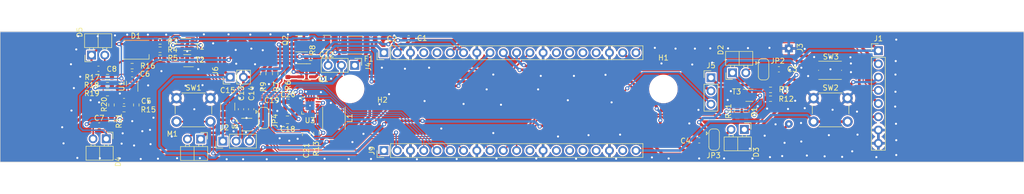
<source format=kicad_pcb>
(kicad_pcb (version 20221018) (generator pcbnew)
  (layers (0 "F.Cu" signal) (31 "B.Cu" signal) (34 "B.Paste" user) (35 "F.Paste" user) (36 "B.SilkS" user "B.Silkscreen") (37 "F.SilkS" user "F.Silkscreen") (38 "B.Mask" user) (39 "F.Mask" user) (44 "Edge.Cuts" user))
  (net 0 "")
  (net 1 "GND")
  (net 2 "Net-(J2-Pin_2)")
  (net 3 "+3.3V")
  (net 4 "V_BAT")
  (net 5 "Net-(U3-SS{slash}TR)")
  (net 6 "Net-(D2-K)")
  (net 7 "Net-(D2-A)")
  (net 8 "Net-(D3-K)")
  (net 9 "Net-(D3-A)")
  (net 10 "IR_R_INSIDE")
  (net 11 "IR_R_OUTSIDE")
  (net 12 "Net-(J4-Pin_1)")
  (net 13 "VDD")
  (net 14 "Reset")
  (net 15 "VBUS")
  (net 16 "/3V3_EN")
  (net 17 "/3V3")
  (net 18 "/GP21")
  (net 19 "/GP20")
  (net 20 "/GP19")
  (net 21 "/GP18")
  (net 22 "/GP9")
  (net 23 "/GP10")
  (net 24 "/GP11")
  (net 25 "/GP12")
  (net 26 "/GP13")
  (net 27 "/GP14")
  (net 28 "Net-(M1-+)")
  (net 29 "Net-(M1--)")
  (net 30 "BAT_MON_EN")
  (net 31 "Net-(Q1B-D)")
  (net 32 "Net-(Q1A-D)")
  (net 33 "Net-(R3-Pad1)")
  (net 34 "Net-(D1-BK)")
  (net 35 "Net-(R4-Pad1)")
  (net 36 "Net-(D1-GK)")
  (net 37 "Net-(R5-Pad1)")
  (net 38 "Net-(D1-RK)")
  (net 39 "BAT_MON")
  (net 40 "Net-(R12-Pad1)")
  (net 41 "Net-(U3-PG)")
  (net 42 "Gear")
  (net 43 "Cat+")
  (net 44 "LED_R")
  (net 45 "LED_G")
  (net 46 "LED_B")
  (net 47 "Net-(L1-Pad1)")
  (net 48 "Net-(R1-Pad1)")
  (net 49 "IR_T_INSIDE")
  (net 50 "IR_T_OUTSIDE")
  (net 51 "Antenn_Analog")
  (net 52 "Antenn_Digital_1")
  (net 53 "Antenn_Digital_2")
  (net 54 "Net-(JP4-C)")
  (net 55 "M_SLEEP")
  (net 56 "M_UNLOCK")
  (net 57 "M_LOCK")
  (net 58 "Net-(D4-A)")
  (net 59 "Net-(D5-A)")
  (net 60 "ADC_VREF_Antenn")
  (net 61 "/GP27_A0")
  (net 62 "Net-(J3-V+)")
  (net 63 "Net-(C5-Pad1)")
  (net 64 "Net-(U1A--)")
  (net 65 "Net-(C6-Pad1)")
  (net 66 "Net-(U1B--)")
  (footprint "Connector_PinHeader_2.54mm:PinHeader_1x02_P2.54mm_Vertical" (layer "F.Cu") (at 96.375 80.9 90)
    (fp_text reference "J6")
    (fp_text value "Conn_01x02")
  )
  (footprint "Resistor_SMD:R_0603_1608Metric" (layer "F.Cu") (at 82.95 74.05 180)
    (fp_text reference "R3")
    (fp_text value "68")
  )
  (footprint "Capacitor_SMD:C_0603_1608Metric" (layer "F.Cu") (at 100.4 87.06875 -90)
    (fp_text reference "C14")
    (fp_text value "100n")
  )
  (footprint "Connector_PinHeader_2.54mm:PinHeader_1x02_P2.54mm_Horizontal" (layer "F.Cu") (at 69.825 76.675 90)
    (fp_text reference "D5")
    (fp_text value "LED")
  )
  (footprint "LED_SMD:LED_RGB_PLCC-6" (layer "F.Cu") (at 78.3 75.65 180)
    (fp_text reference "D1")
    (fp_text value "LED_RGB")
  )
  (footprint "Resistor_SMD:R_0603_1608Metric" (layer "F.Cu") (at 73.65 89.3 -90)
    (fp_text reference "R21")
    (fp_text value "0")
  )
  (footprint "Package_TO_SOT_SMD:SOT-363_SC-70-6" (layer "F.Cu") (at 195.8 84.4)
    (fp_text reference "T3")
    (fp_text value "NX3008NBKS")
  )
  (footprint "Jumper:SolderJumper-3_P1.3mm_Bridged12_RoundedPad1.0x1.5mm" (layer "F.Cu") (at 102.7925 88.76875 -90)
    (fp_text reference "JP4")
    (fp_text value "SolderJumper_3_Bridged12")
  )
  (footprint "Capacitor_SMD:C_0603_1608Metric" (layer "F.Cu") (at 186.2 93.05)
    (fp_text reference "C4")
    (fp_text value "1u")
  )
  (footprint "Capacitor_SMD:C_0603_1608Metric" (layer "F.Cu") (at 107.5575 85.64 180)
    (fp_text reference "C20")
    (fp_text value "3.3n")
  )
  (footprint "Package_TO_SOT_SMD:TSOT-23-6" (layer "F.Cu") (at 111 79.9)
    (fp_text reference "Q1")
    (fp_text value "NX3008CBKS")
  )
  (footprint "Package_TO_SOT_SMD:SOT-23" (layer "F.Cu") (at 109.55 74.5 180)
    (fp_text reference "Q2")
    (fp_text value "Q_PMOS_DGS")
  )
  (footprint "Connector_PinHeader_2.54mm:PinHeader_1x20_P2.54mm_Vertical" (layer "F.Cu") (at 125.825 95 90)
    (fp_text reference "J9")
    (fp_text value "Conn_01x20")
  )
  (footprint "Connector_PinHeader_2.54mm:PinHeader_1x03_P2.54mm_Vertical" (layer "F.Cu") (at 188.45 81.02)
    (fp_text reference "J5")
    (fp_text value "Conn_01x03")
  )
  (footprint "Capacitor_SMD:C_1210_3225Metric" (layer "F.Cu") (at 95.9 86.56875 -90)
    (fp_text reference "C15")
    (fp_text value "100u")
  )
  (footprint "Resistor_SMD:R_0603_1608Metric" (layer "F.Cu") (at 72.890488 83.975355)
    (fp_text reference "R19")
    (fp_text value "0")
  )
  (footprint "Resistor_SMD:R_0603_1608Metric" (layer "F.Cu") (at 199.85 83.35)
    (fp_text reference "R2")
    (fp_text value "6.8")
  )
  (footprint "Battery:BatteryHolder_MPD_BH-18650-PC2" (layer "F.Cu") (at 203.35 75.4 -90)
    (fp_text reference "J3")
    (fp_text value "Battery pack")
  )
  (footprint "Package_TO_SOT_SMD:SOT-363_SC-70-6" (layer "F.Cu") (at 88.15 77.75 180)
    (fp_text reference "T2")
    (fp_text value "NX3008NBKS")
  )
  (footprint "Connector_PinHeader_2.54mm:PinHeader_1x03_P2.54mm_Vertical" (layer "F.Cu") (at 120.225 78.65 -90)
    (fp_text reference "J4")
    (fp_text value "Conn_01x03_Socket")
  )
  (footprint "Connector_PinHeader_2.54mm:PinHeader_1x02_P2.54mm_Horizontal" (layer "F.Cu") (at 90.74 92.8 -90)
    (fp_text reference "M1")
    (fp_text value "Motor_DC" hide)
  )
  (footprint "Connector_PinHeader_2.54mm:PinHeader_1x02_P2.54mm_Horizontal" (layer "F.Cu") (at 72.65 92.75 -90)
    (fp_text reference "D4")
    (fp_text value "LED")
  )
  (footprint "Jumper:SolderJumper-3_P1.3mm_Bridged12_RoundedPad1.0x1.5mm" (layer "F.Cu") (at 189.05 92.9 -90)
    (fp_text reference "JP3")
    (fp_text value "SolderJumper_3_Bridged12")
  )
  (footprint "Resistor_SMD:R_0603_1608Metric" (layer "F.Cu") (at 82.95 75.65 180)
    (fp_text reference "R4")
    (fp_text value "22")
  )
  (footprint "Capacitor_SMD:C_0603_1608Metric" (layer "F.Cu") (at 130.55 73.45)
    (fp_text reference "C1")
    (fp_text value "100n")
  )
  (footprint "Resistor_SMD:R_0603_1608Metric" (layer "F.Cu") (at 111.8 77.2 180)
    (fp_text reference "R8")
    (fp_text value "1meg")
  )
  (footprint "Button_Switch_THT:SW_PUSH_6mm_H4.3mm" (layer "F.Cu") (at 86.1 84.95)
    (fp_text reference "SW1")
    (fp_text value "SW_Push")
  )
  (footprint "Package_TO_SOT_SMD:SOT-363_SC-70-6" (layer "F.Cu") (at 88.15 74.65)
    (fp_text reference "T1")
    (fp_text value "NX3008NBKS")
  )
  (footprint "Resistor_SMD:R_0603_1608Metric" (layer "F.Cu") (at 193.5 87.45 -90)
    (fp_text reference "R11")
    (fp_text value "6.8")
  )
  (footprint "Capacitor_SMD:C_0805_2012Metric" (layer "F.Cu") (at 110.95 91.9 90)
    (fp_text reference "C21")
    (fp_text value "22u")
  )
  (footprint "Connector_PinHeader_2.54mm:PinHeader_1x20_P2.54mm_Vertical" (layer "F.Cu") (at 125.825 76.22 90)
    (fp_text reference "J8" hide)
    (fp_text value "Conn_01x20")
  )
  (footprint "Resistor_SMD:R_0603_1608Metric" (layer "F.Cu") (at 199.85 85.05)
    (fp_text reference "R12")
    (fp_text value "6.8")
  )
  (footprint "Capacitor_SMD:C_0603_1608Metric" (layer "F.Cu") (at 201.45 79.4 180)
    (fp_text reference "C3")
    (fp_text value "1u")
  )
  (footprint "Connector_PinHeader_2.54mm:PinHeader_1x03_P2.54mm_Vertical" (layer "F.Cu") (at 94.975 93.19375 90)
    (fp_text reference "J2")
    (fp_text value "Conn_01x03")
  )
  (footprint "Package_DFN_QFN:DFN-8-1EP_2x2mm_P0.5mm_EP1.05x1.75mm" (layer "F.Cu") (at 77.6 82.65 90)
    (fp_text reference "U1")
    (fp_text value "LM358_DFN")
  )
  (footprint "Capacitor_SMD:C_1210_3225Metric" (layer "F.Cu") (at 114.9 74.25)
    (fp_text reference "C12")
    (fp_text value "100u")
  )
  (footprint "DRV8837DSGR:SON50P200X200X80-9N" (layer "F.Cu") (at 99.5475 90.01875)
    (fp_text reference "U2")
    (fp_text value "DRV8837DSGR")
  )
  (footprint "Fuse:Fuse_1812_4532Metric" (layer "F.Cu") (at 120.35 74.75 180)
    (fp_text reference "F1")
    (fp_text value "Polyfuse")
  )
  (footprint "Capacitor_SMD:C_0603_1608Metric" (layer "F.Cu") (at 124.9 73.55 180)
    (fp_text reference "C2")
    (fp_text value "100n")
  )
  (footprint "Capacitor_SMD:C_0603_1608Metric" (layer "F.Cu") (at 71.15 79.3 180)
    (fp_text reference "C8")
    (fp_text value "1.4p")
  )
  (footprint "Resistor_SMD:R_0603_1608Metric" (layer "F.Cu") (at 102.7 80.25 -90)
    (fp_text reference "R9")
    (fp_text value "1meg")
  )
  (footprint "Connector_PinHeader_2.54mm:PinHeader_1x08_P2.54mm_Vertical" (layer "F.Cu") (at 220.5 75.825)
    (fp_text reference "J1")
    (fp_text value "Conn_01x08")
  )
  (footprint "Connector_PinHeader_2.54mm:PinHeader_1x02_P2.54mm_Horizontal" (layer "F.Cu") (at 192.575 80.075 90)
    (fp_text reference "D2")
    (fp_text value "IR-LED")
  )
  (footprint "Capacitor_SMD:C_0603_1608Metric" (layer "F.Cu") (at 71.3 90.2)
    (fp_text reference "C7")
    (fp_text value "1.4p")
  )
  (footprint "Capacitor_SMD:C_0603_1608Metric" (layer "F.Cu") (at 107.5575 87.29)
    (fp_text reference "C19")
    (fp_text value "100n")
  )
  (footprint "Resistor_SMD:R_0603_1608Metric" (layer "F.Cu") (at 105 80.25 -90)
    (fp_text reference "R7")
    (fp_text value "220k")
  )
  (footprint "Resistor_SMD:R_0603_1608Metric" (layer "F.Cu") (at 78.4 86.25 -90)
    (fp_text reference "R10" hide)
    (fp_text value "0")
  )
  (footprint "Resistor_SMD:R_0603_1608Metric" (layer "F.Cu") (at 72.9 80.9 180)
    (fp_text reference "R17")
    (fp_text value "0")
  )
  (footprint "Resistor_SMD:R_0603_1608Metric" (layer "F.Cu") (at 82.95 77.2 180)
    (fp_text reference "R5")
    (fp_text value "10")
  )
  (footprint "Capacitor_SMD:C_0603_1608Metric" (layer "F.Cu") (at 76.05 85.5)
    (fp_text reference "C5")
    (fp_text value "1.4p")
  )
  (footprint "Package_DFN_QFN:VQFN-16-1EP_3x3mm_P0.5mm_EP1.68x1.68mm_ThermalVias" (layer "F.Cu") (at 111.67 86.39 180)
    (fp_text reference "U3")
    (fp_text value "TPS62132")
  )
  (footprint "Resistor_SMD:R_0603_1608Metric" (layer "F.Cu") (at 76.05 87.05)
    (fp_text reference "R15")
    (fp_text value "100k")
  )
  (footprint "Jumper:SolderJumper-3_P1.3mm_Bridged12_RoundedPad1.0x1.5mm" (layer "F.Cu") (at 198.5175 79.4 -90)
    (fp_text reference "JP2")
    (fp_text value "SolderJumper_3_Bridged12")
  )
  (footprint "Connector_PinHeader_2.54mm:PinHeader_1x02_P2.54mm_Horizontal" (layer "F.Cu") (at 194.84 90.95 -90)
    (fp_text reference "D3")
    (fp_text value "IR-LED")
  )
  (footprint "Inductor_SMD:L_Coilcraft_XxL4020" (layer "F.Cu") (at 116.25 88.8 -90)
    (fp_text reference "L1")
    (fp_text value "2.2u")
  )
  (footprint "Resistor_SMD:R_0603_1608Metric" (layer "F.Cu") (at 77.6 78.8)
    (fp_text reference "R16")
    (fp_text value "100k")
  )
  (footprint "Resistor_SMD:R_0603_1608Metric" (layer "F.Cu") (at 72.890488 82.425355)
    (fp_text reference "R18")
    (fp_text value "0")
  )
  (footprint "Button_Switch_SMD:SW_Push_1P1T_NO_Vertical_Wuerth_434133025816" (layer "F.Cu") (at 211.25 79.6)
    (fp_text reference "SW3")
    (fp_text value "SW_Push")
  )
  (footprint "Resistor_SMD:R_0603_1608Metric" (layer "F.Cu") (at 195.2 87.45 -90)
    (fp_text reference "R1")
    (fp_text value "6.8")
  )
  (footprint "MountingHole:MountingHole_5mm" (layer "F.Cu") (at 179.336964 83.187106)
    (fp_text reference "H1")
    (fp_text value "MountingHole")
  )
  (footprint "Capacitor_SMD:C_0603_1608Metric" (layer "F.Cu") (at 98.45 87.06875 -90)
    (fp_text reference "C13")
    (fp_text value "100n")
  )
  (footprint "Button_Switch_THT:SW_PUSH_6mm_H4.3mm" (layer "F.Cu") (at 208.1 84.95)
    (fp_text reference "SW2")
    (fp_text value "SW_Push")
  )
  (footprint "Resistor_SMD:R_0603_1608Metric" (layer "F.Cu") (at 107.425 80.075 90)
    (fp_text reference "R6")
    (fp_text value "330k")
  )
  (footprint "Capacitor_SMD:C_0603_1608Metric" (layer "F.Cu") (at 77.6 80.35)
    (fp_text reference "C6")
    (fp_text value "1.4p")
  )
  (footprint "MountingHole:MountingHole_5mm" (layer "F.Cu") (at 119.3373 83.172456)
    (fp_text reference "H2")
    (fp_text value "MountingHole")
  )
  (footprint "Resistor_SMD:R_0603_1608Metric" (layer "F.Cu") (at 112.9 91.7 90)
    (fp_text reference "R13")
    (fp_text value "100k")
  )
  (footprint "Capacitor_SMD:C_0805_2012Metric" (layer "F.Cu") (at 107.35 89.1)
    (fp_text reference "C18")
    (fp_text value "10u")
  )
  (footprint "Resistor_SMD:R_0603_1608Metric" (layer "F.Cu") (at 73.65 86.25 90)
    (fp_text reference "R20")
    (fp_text value "0")
  )
  (gr_rect (start 52.35 72.2) (end 248.35 97.2) (stroke (width 0.1)) (fill none) (layer "Edge.Cuts"))
  (segment (start 89.285756 78.4) (end 90.267878 79.382122) (width 0.5) (layer "F.Cu") (net 1))
  (segment (start 104.25 85.55) (end 105.5 85.55) (width 0.5) (layer "F.Cu") (net 1))
  (segment (start 86.25 74) (end 86.1 73.85) (width 0.4) (layer "F.Cu") (net 1))
  (segment (start 98.45 86.29375) (end 98.45 85.15) (width 0.5) (layer "F.Cu") (net 1))
  (segment (start 101.2 85.25) (end 101.4 85.25) (width 0.5) (layer "F.Cu") (net 1))
  (segment (start 78.35 81.75) (end 79.4 81.75) (width 0.15) (layer "F.Cu") (net 1))
  (segment (start 192.4 83.75) (end 192.25 83.6) (width 0.5) (layer "F.Cu") (net 1))
  (segment (start 77.85 83.55) (end 78.35 83.55) (width 0.15) (layer "F.Cu") (net 1))
  (segment (start 99.5475 90.01875) (end 99.5475 91.3525) (width 0.15) (layer "F.Cu") (net 1))
  (segment (start 111.92 87.8525) (end 111.92 87.32) (width 0.3) (layer "F.Cu") (net 1))
  (segment (start 101.4 85.25) (end 101.45 85.2) (width 0.5) (layer "F.Cu") (net 1))
  (segment (start 109.4 92.85) (end 109.3 92.75) (width 0.5) (layer "F.Cu") (net 1))
  (segment (start 110.9 83.7) (end 110.9 83.831365) (width 0.5) (layer "F.Cu") (net 1))
  (segment (start 98.5625 90.76875) (end 98.6225 90.70875) (width 0.3) (layer "F.Cu") (net 1))
  (segment (start 100.4 86.05) (end 101.2 85.25) (width 0.5) (layer "F.Cu") (net 1))
  (segment (start 186.05 87.2) (end 186.45 87.6) (width 0.3) (layer "F.Cu") (net 1))
  (segment (start 112.42 87.8525) (end 112.26 87.6925) (width 0.3) (layer "F.Cu") (net 1))
  (segment (start 98.020954 91.310296) (end 97.029988 91.310296) (width 0.3) (layer "F.Cu") (net 1))
  (segment (start 112.42 84.9275) (end 111.6575 84.9275) (width 0.5) (layer "F.Cu") (net 1))
  (segment (start 129.775 73.45) (end 129.225 72.9) (width 0.5) (layer "F.Cu") (net 1))
  (segment (start 112.42 87.8525) (end 112.42 88.9775) (width 0.3) (layer "F.Cu") (net 1))
  (segment (start 115.7 81.2) (end 113.75 83.15) (width 0.5) (layer "F.Cu") (net 1))
  (segment (start 111.67 84.94) (end 111.6575 84.9275) (width 0.5) (layer "F.Cu") (net 1))
  (segment (start 113.425 74.25) (end 113.425 73.725) (width 0.5) (layer "F.Cu") (net 1))
  (segment (start 112.26 85.8) (end 112.26 85.2675) (width 0.5) (layer "F.Cu") (net 1))
  (segment (start 195.5 83.75) (end 195.65 83.6) (width 0.5) (layer "F.Cu") (net 1))
  (segment (start 98.6225 90.70875) (end 98.9975 90.70875) (width 0.3) (layer "F.Cu") (net 1))
  (segment (start 196.75 85.85) (end 197.394622 86.494622) (width 0.5) (layer "F.Cu") (net 1))
  (segment (start 111.08 85.8) (end 111.08 85.2675) (width 0.5) (layer "F.Cu") (net 1))
  (segment (start 111.92 87.32) (end 112.26 86.98) (width 0.3) (layer "F.Cu") (net 1))
  (segment (start 110.95 92.85) (end 109.4 92.85) (width 0.5) (layer "F.Cu") (net 1))
  (segment (start 111.6575 84.9275) (end 110.92 84.9275) (width 0.5) (layer "F.Cu") (net 1))
  (segment (start 106.4 90.0005) (end 106.1 90.3005) (width 0.5) (layer "F.Cu") (net 1))
  (segment (start 115.656772 85.625401) (end 115.656772 85.8505) (width 0.5) (layer "F.Cu") (net 1))
  (segment (start 98.5625 90.76875) (end 98.020954 91.310296) (width 0.3) (layer "F.Cu") (net 1))
  (segment (start 189.75 87.6) (end 191.65 85.7) (width 0.3) (layer "F.Cu") (net 1))
  (segment (start 112.26 87.6925) (end 112.26 86.98) (width 0.3) (layer "F.Cu") (net 1))
  (segment (start 103.4 85.2) (end 104 85.8) (width 0.5) (layer "F.Cu") (net 1))
  (segment (start 99.5475 91.3525) (end 99.4 91.5) (width 0.15) (layer "F.Cu") (net 1))
  (segment (start 109.75 78.95) (end 109 78.2) (width 0.5) (layer "F.Cu") (net 1))
  (segment (start 203.45 79.4) (end 203.55 79.5) (width 0.5) (layer "F.Cu") (net 1))
  (segment (start 126.325 72.9) (end 127.8 72.9) (width 0.5) (layer "F.Cu") (net 1))
  (segment (start 111.67 86.39) (end 111.67 84.94) (width 0.5) (layer "F.Cu") (net 1))
  (segment (start 79.4 81.75) (end 78.5 82.65) (width 0.15) (layer "F.Cu") (net 1))
  (segment (start 113.75 83.8) (end 113.831371 83.8) (width 0.5) (layer "F.Cu") (net 1))
  (segment (start 99.5475 90.01875) (end 99.5475 88.7975) (width 0.15) (layer "F.Cu") (net 1))
  (segment (start 191.65 85.7) (end 191.65 85.3) (width 0.3) (layer "F.Cu") (net 1))
  (segment (start 194.85 83.75) (end 195.5 83.75) (width 0.5) (layer "F.Cu") (net 1))
  (segment (start 113.425 73.725) (end 114.6 72.55) (width 0.5) (layer "F.Cu") (net 1))
  (segment (start 109.8625 78.95) (end 109.75 78.95) (width 0.5) (layer "F.Cu") (net 1))
  (segment (start 129.225 72.9) (end 127.8 72.9) (width 0.5) (layer "F.Cu") (net 1))
  (segment (start 106.4 89.1) (end 106.4 90.0005) (width 0.5) (layer "F.Cu") (net 1))
  (segment (start 87.2 74) (end 86.25 74) (width 0.4) (layer "F.Cu") (net 1))
  (segment (start 186.45 87.6) (end 189.75 87.6) (width 0.3) (layer "F.Cu") (net 1))
  (segment (start 196.75 85.05) (end 196.75 85.85) (width 0.5) (layer "F.Cu") (net 1))
  (segment (start 100.4 86.29375) (end 100.4 86.05) (width 0.5) (layer "F.Cu") (net 1))
  (segment (start 111.92 87.8525) (end 111.92 89.0025) (width 0.3) (layer "F.Cu") (net 1))
  (segment (start 100.4 86.29375) (end 99.59375 86.29375) (width 0.5) (layer "F.Cu") (net 1))
  (segment (start 125.675 73.55) (end 126.325 72.9) (width 0.5) (layer "F.Cu") (net 1))
  (segment (start 88.8 75.3) (end 88.15 75.95) (width 0.5) (layer "F.Cu") (net 1))
  (segment (start 194.85 83.75) (end 192.4 83.75) (width 0.5) (layer "F.Cu") (net 1))
  (segment (start 111.08 85.2675) (end 111.42 84.9275) (width 0.5) (layer "F.Cu") (net 1))
  (segment (start 111.92 89.0025) (end 112.1575 89.24) (width 0.3) (layer "F.Cu") (net 1))
  (segment (start 98.45 85.15) (end 98.25 84.95) (width 0.5) (layer "F.Cu") (net 1))
  (segment (start 89.1 75.3) (end 88.8 75.3) (width 0.5) (layer "F.Cu") (net 1))
  (segment (start 202.225 79.4) (end 203.45 79.4) (width 0.5) (layer "F.Cu") (net 1))
  (segment (start 109.781365 84.95) (end 109.75 84.95) (width 0.5) (layer "F.Cu") (net 1))
  (segment (start 99.59375 86.29375) (end 98.25 84.95) (width 0.5) (layer "F.Cu") (net 1))
  (segment (start 112.42 88.9775) (end 112.1575 89.24) (width 0.3) (layer "F.Cu") (net 1))
  (segment (start 78.5 82.65) (end 77.6 82.65) (width 0.15) (layer "F.Cu") (net 1))
  (segment (start 99.5475 88.7975) (end 99.5 88.75) (width 0.15) (layer "F.Cu") (net 1))
  (segment (start 113.425 73.625) (end 112.4 72.6) (width 0.5) (layer "F.Cu") (net 1))
  (segment (start 104 85.8) (end 104.25 85.55) (width 0.5) (layer "F.Cu") (net 1))
  (segment (start 101.45 85.2) (end 103.4 85.2) (width 0.5) (layer "F.Cu") (net 1))
  (segment (start 110.9 83.831365) (end 109.781365 84.95) (width 0.5) (layer "F.Cu") (net 1))
  (segment (start 113.75 83.15) (end 113.75 83.8) (width 0.5) (layer "F.Cu") (net 1))
  (segment (start 89.1 78.4) (end 89.285756 78.4) (width 0.5) (layer "F.Cu") (net 1))
  (segment (start 112.26 85.2675) (end 111.92 84.9275) (width 0.5) (layer "F.Cu") (net 1))
  (segment (start 113.831371 83.8) (end 115.656772 85.625401) (width 0.5) (layer "F.Cu") (net 1))
  (via (at 88.15 75.95) (size 0.8) (drill 0.4) (layers "F.Cu" "B.Cu") (net 1))
  (via (at 106.1 90.3005) (size 0.8) (drill 0.4) (layers "F.Cu" "B.Cu") (net 1))
  (via (at 191.65 85.3) (size 0.8) (drill 0.4) (layers "F.Cu" "B.Cu") (net 1))
  (via (at 203.55 79.5) (size 0.8) (drill 0.4) (layers "F.Cu" "B.Cu") (net 1))
  (via (at 205.75 79.1) (size 0.8) (drill 0.4) (layers "F.Cu" "B.Cu") (net 1))
  (via (at 223.8756 89.8652) (size 0.8) (drill 0.4) (layers "F.Cu" "B.Cu") (net 1))
  (via (at 126.7968 84.1756) (size 0.8) (drill 0.4) (layers "F.Cu" "B.Cu") (net 1))
  (via (at 64.4652 93.6244) (size 0.8) (drill 0.4) (layers "F.Cu" "B.Cu") (net 1))
  (via (at 83.2104 79.756) (size 0.8) (drill 0.4) (layers "F.Cu" "B.Cu") (net 1))
  (via (at 102.362 83.058) (size 0.8) (drill 0.4) (layers "F.Cu" "B.Cu") (net 1))
  (via (at 101.1428 78.4352) (size 0.8) (drill 0.4) (layers "F.Cu" "B.Cu") (net 1))
  (via (at 100.2284 72.7456) (size 0.8) (drill 0.4) (layers "F.Cu" "B.Cu") (net 1))
  (via (at 77.978 94.0308) (size 0.8) (drill 0.4) (layers "F.Cu" "B.Cu") (net 1))
  (via (at 195.5292 75.3364) (size 0.8) (drill 0.4) (layers "F.Cu" "B.Cu") (net 1))
  (via (at 155.3464 83.2612) (size 0.8) (drill 0.4) (layers "F.Cu" "B.Cu") (net 1))
  (via (at 115.656772 85.8505) (size 0.8) (drill 0.4) (layers "F.Cu" "B.Cu") (net 1))
  (via (at 85.1916 92.3036) (size 0.8) (drill 0.4) (layers "F.Cu" "B.Cu") (net 1))
  (via (at 184.3 89.8) (size 0.8) (drill 0.4) (layers "F.Cu" "B.Cu") (net 1))
  (via (at 177.6984 75.2856) (size 0.8) (drill 0.4) (layers "F.Cu" "B.Cu") (net 1))
  (via (at 105.5 85.55) (size 0.8) (drill 0.4) (layers "F.Cu" "B.Cu") (net 1))
  (via (at 77.6224 89.3572) (size 0.8) (drill 0.4) (layers "F.Cu" "B.Cu") (net 1))
  (via (at 112.193837 73.847395) (size 0.8) (drill 0.4) (layers "F.Cu" "B.Cu") (net 1))
  (via (at 123.1392 94.5388) (size 0.8) (drill 0.4) (layers "F.Cu" "B.Cu") (net 1))
  (via (at 223.774 83.7184) (size 0.8) (drill 0.4) (layers "F.Cu" "B.Cu") (net 1))
  (via (at 184.8612 78.486) (size 0.8) (drill 0.4) (layers "F.Cu" "B.Cu") (net 1))
  (via (at 97.536 78.3336) (size 0.8) (drill 0.4) (layers "F.Cu" "B.Cu") (net 1))
  (via (at 195.8848 94.6404) (size 0.8) (drill 0.4) (layers "F.Cu" "B.Cu") (net 1))
  (via (at 171.0436 91.948) (size 0.8) (drill 0.4) (layers "F.Cu" "B.Cu") (net 1))
  (via (at 100.4316 75.438) (size 0.8) (drill 0.4) (layers "F.Cu" "B.Cu") (net 1))
  (via (at 141.0716 86.0552) (size 0.8) (drill 0.4) (layers "F.Cu" "B.Cu") (net 1))
  (via (at 76.6572 72.7456) (size 0.8) (drill 0.4) (layers "F.Cu" "B.Cu") (net 1))
  (via (at 181.6608 75.438) (size 0.8) (drill 0.4) (layers "F.Cu" "B.Cu") (net 1))
  (via (at 186.182 96.52) (size 0.8) (drill 0.4) (layers "F.Cu" "B.Cu") (net 1))
  (via (at 81.026 91.0336) (size 0.8) (drill 0.4) (layers "F.Cu" "B.Cu") (net 1))
  (via (at 199.644 75.2856) (size 0.8) (drill 0.4) (layers "F.Cu" "B.Cu") (net 1))
  (via (at 223.9264 93.0148) (size 0.8) (drill 0.4) (layers "F.Cu" "B.Cu") (net 1))
  (via (at 67.2592 73.0504) (size 0.8) (drill 0.4) (layers "F.Cu" "B.Cu") (net 1))
  (via (at 190.9572 96.52) (size 0.8) (drill 0.4) (layers "F.Cu" "B.Cu") (net 1))
  (via (at 129.8448 79.2988) (size 0.8) (drill 0.4) (layers "F.Cu" "B.Cu") (net 1))
  (via (at 91.3384 72.6948) (size 0.8) (drill 0.4) (layers "F.Cu" "B.Cu") (net 1))
  (via (at 75.5904 93.6752) (size 0.8) (drill 0.4) (layers "F.Cu" "B.Cu") (net 1))
  (via (at 199.2 86.95) (size 0.8) (drill 0.4) (layers "F.Cu" "B.Cu") (net 1))
  (via (at 114.4524 96.5708) (size 0.8) (drill 0.4) (layers "F.Cu" "B.Cu") (net 1))
  (via (at 202.0824 96.0628) (size 0.8) (drill 0.4) (layers "F.Cu" "B.Cu") (net 1))
  (via (at 220.1164 96.266) (size 0.8) (drill 0.4) (layers "F.Cu" "B.Cu") (net 1))
  (via (at 64.2112 90.5256) (size 0.8) (drill 0.4) (layers "F.Cu" "B.Cu") (net 1))
  (via (at 186.05 87.2) (size 0.8) (drill 0.4) (layers "F.Cu" "B.Cu") (net 1))
  (via (at 133.604 85.4964) (size 0.8) (drill 0.4) (layers "F.Cu" "B.Cu") (net 1))
  (via (at 199.7456 96.266) (size 0.8) (drill 0.4) (layers "F.Cu" "B.Cu") (net 1))
  (via (at 177.1396 96.3168) (size 0.8) (drill 0.4) (layers "F.Cu" "B.Cu") (net 1))
  (via (at 154.9908 96.52) (size 0.8) (drill 0.4) (layers "F.Cu" "B.Cu") (net 1))
  (via (at 86.1 73.85) (size 0.8) (drill 0.4) (layers "F.Cu" "B.Cu") (net 1))
  (via (at 89.5096 87.0712) (size 0.8) (drill 0.4) (layers "F.Cu" "B.Cu") (net 1))
  (via (at 215.2396 78.2828) (size 0.8) (drill 0.4) (layers "F.Cu" "B.Cu") (net 1))
  (via (at 188.6712 78.1304) (size 0.8) (drill 0.4) (layers "F.Cu" "B.Cu") (net 1))
  (via (at 98.8568 96.6724) (size 0.8) (drill 0.4) (layers "F.Cu" "B.Cu") (net 1))
  (via (at 147.3708 96.52) (size 0.8) (drill 0.4) (layers "F.Cu" "B.Cu") (net 1))
  (via (at 66.4464 83.0072) (size 0.8) (drill 0.4) (layers "F.Cu" "B.Cu") (net 1))
  (via (at 115.7 81.2) (size 0.8) (drill 0.4) (layers "F.Cu" "B.Cu") (net 1))
  (via (at 109 78.2) (size 0.8) (drill 0.4) (layers "F.Cu" "B.Cu") (net 1))
  (via (at 148.2344 86.2076) (size 0.8) (drill 0.4) (layers "F.Cu" "B.Cu") (net 1))
  (via (at 91.0844 82.4484) (size 0.8) (drill 0.4) (layers "F.Cu" "B.Cu") (net 1))
  (via (at 223.7232 86.5632) (size 0.8) (drill 0.4) (layers "F.Cu" "B.Cu") (net 1))
  (via (at 65.9892 87.3252) (size 0.8) (drill 0.4) (layers "F.Cu" "B.Cu") (net 1))
  (via (at 216.5096 91.948) (size 0.8) (drill 0.4) (layers "F.Cu" "B.Cu") (net 1))
  (via (at 191.7192 75.3872) (size 0.8) (drill 0.4) (layers "F.Cu" "B.Cu") (net 1))
  (via (at 215.15 77.1) (size 0.8) (drill 0.4) (layers "F.Cu" "B.Cu") (net 1))
  (via (at 105.85 92.65) (size 0.8) (drill 0.4) (layers "F.Cu" "B.Cu") (net 1))
  (via (at 71.0184 73.0504) (size 0.8) (drill 0.4) (layers "F.Cu" "B.Cu") (net 1))
  (via (at 145.4912 83.2612) (size 0.8) (drill 0.4) (layers "F.Cu" "B.Cu") (net 1))
  (via (at 146.7612 91.6432) (size 0.8) (drill 0.4) (layers "F.Cu" "B.Cu") (net 1))
  (via (at 215.4936 95.1484) (size 0.8) (drill 0.4) (layers "F.Cu" "B.Cu") (net 1))
  (via (at 84.1248 72.7456) (size 0.8) (drill 0.4) (layers "F.Cu" "B.Cu") (net 1))
  (via (at 205.6892 89.7128) (size 0.8) (drill 0.4) (layers "F.Cu" "B.Cu") (net 1))
  (via (at 97.4344 75.692) (size 0.8) (drill 0.4) (layers "F.Cu" "B.Cu") (net 1))
  (via (at 192.25 83.6) (size 0.8) (drill 0.4) (layers "F.Cu" "B.Cu") (net 1))
  (via (at 162.6108 96.5708) (size 0.8) (drill 0.4) (layers "F.Cu" "B.Cu") (net 1))
  (via (at 99.4 91.5) (size 0.8) (drill 0.4) (layers "F.Cu" "B.Cu") (net 1))
  (via (at 207.05 80.7) (size 0.8) (drill 0.4) (layers "F.Cu" "B.Cu") (net 1))
  (via (at 119.0752 96.6216) (size 0.8) (drill 0.4) (layers "F.Cu" "B.Cu") (net 1))
  (via (at 71.4248 96.4692) (size 0.8) (drill 0.4) (layers "F.Cu" "B.Cu") (net 1))
  (via (at 223.9264 95.8596) (size 0.8) (drill 0.4) (layers "F.Cu" "B.Cu") (net 1))
  (via (at 124.968 86.106) (size 0.8) (drill 0.4) (layers "F.Cu" "B.Cu") (net 1))
  (via (at 180.34 96.52) (size 0.8) (drill 0.4) (layers "F.Cu" "B.Cu") (net 1))
  (via (at 203.2 87.0204) (size 0.8) (drill 0.4) (layers "F.Cu" "B.Cu") (net 1))
  (via (at 81.6864 88.6968) (size 0.8) (drill 0.4) (layers "F.Cu" "B.Cu") (net 1))
  (via (at 213.5632 96.2152) (size 0.8) (drill 0.4) (layers "F.Cu" "B.Cu") (net 1))
  (via (at 75.2348 96.52) (size 0.8) (drill 0.4) (layers "F.Cu" "B.Cu") (net 1))
  (via (at 216.408 87.5284) (size 0.8) (drill 0.4) (layers "F.Cu" "B.Cu") (net 1))
  (via (at 80.6196 72.7456) (size 0.8) (drill 0.4) (layers "F.Cu" "B.Cu") (net 1))
  (via (at 67.1068 96.4184) (size 0.8) (drill 0.4) (layers "F.Cu" "B.Cu") (net 1))
  (via (at 99.5 88.75) (size 0.8) (drill 0.4) (layers "F.Cu" "B.Cu") (net 1))
  (via (at 202.5396 93.5228) (size 0.8) (drill 0.4) (layers "F.Cu" "B.Cu") (net 1))
  (via (at 65.8876 78.4352) (size 0.8) (drill 0.4) (layers "F.Cu" "B.Cu") (net 1))
  (via (at 211.328 79.4004) (size 0.8) (drill 0.4) (layers "F.Cu" "B.Cu") (net 1))
  (via (at 125.4252 79.0956) (size 0.8) (drill 0.4) (layers "F.Cu" "B.Cu") (net 1))
  (via (at 104.0892 72.6948) (size 0.8) (drill 0.4) (layers "F.Cu" "B.Cu") (net 1))
  (via (at 223.9264 73.7108) (size 0.8) (drill 0.4) (layers "F.Cu" "B.Cu") (net 1))
  (via (at 67.6656 80.8228) (size 0.8) (drill 0.4) (layers "F.Cu" "B.Cu") (net 1))
  (via (at 66.9036 75.5904) (size 0.8) (drill 0.4) (layers "F.Cu" "B.Cu") (net 1))
  (via (at 97.029988 91.310296) (size 0.8) (drill 0.4) (layers "F.Cu" "B.Cu") (net 1))
  (via (at 161.036 85.344) (size 0.8) (drill 0.4) (layers "F.Cu" "B.Cu") (net 1))
  (via (at 119.7864 93.3704) (size 0.8) (drill 0.4) (layers "F.Cu" "B.Cu") (net 1))
  (via (at 168.2496 80.4672) (size 0.8) (drill 0.4) (layers "F.Cu" "B.Cu") (net 1))
  (via (at 90.267878 79.382122) (size 0.8) (drill 0.4) (layers "F.Cu" "B.Cu") (net 1))
  (via (at 113.75 83.8) (size 0.8) (drill 0.4) (layers "F.Cu" "B.Cu") (net 1))
  (via (at 204.5716 85.4456) (size 0.8) (drill 0.4) (layers "F.Cu" "B.Cu") (net 1))
  (via (at 71.2724 85.7504) (size 0.8) (drill 0.4) (layers "F.Cu" "B.Cu") (net 1))
  (via (at 223.8248 77.8256) (size 0.8) (drill 0.4) (layers "F.Cu" "B.Cu") (net 1))
  (via (at 75.55 82.15) (size 0.8) (drill 0.4) (layers "F.Cu" "B.Cu") (net 1))
  (via (at 105.4 87.4) (size 0.8) (drill 0.4) (layers "F.Cu" "B.Cu") (net 1))
  (via (at 109.0676 96.6216) (size 0.8) (drill 0.4) (layers "F.Cu" "B.Cu") (net 1))
  (via (at 206.4004 86.868) (size 0.8) (drill 0.4) (layers "F.Cu" "B.Cu") (net 1))
  (via (at 102.616 75.7428) (size 0.8) (drill 0.4) (layers "F.Cu" "B.Cu") (net 1))
  (via (at 211.0232 92.0496) (size 0.8) (drill 0.4) (layers "F.Cu" "B.Cu") (net 1))
  (via (at 178.9684 78.2828) (size 0.8) (drill 0.4) (layers "F.Cu" "B.Cu") (net 1))
  (via (at 159.1564 92.3036) (size 0.8) (drill 0.4) (layers "F.Cu" "B.Cu") (net 1))
  (via (at 79.248 96.6216) (size 0.8) (drill 0.4) (layers "F.Cu" "B.Cu") (net 1))
  (via (at 107.442 72.6948) (size 0.8) (drill 0.4) (layers "F.Cu" "B.Cu") (net 1))
  (via (at 206.4004 75.4888) (size 0.8) (drill 0.4) (layers "F.Cu" "B.Cu") (net 1))
  (via (at 205.74 93.2688) (size 0.8) (drill 0.4) (layers "F.Cu" "B.Cu") (net 1))
  (via (at 90.5764 96.4692) (size 0.8) (drill 0.4) (layers "F.Cu" "B.Cu") (net 1))
  (via (at 211.2264 77.1144) (size 0.8) (drill 0.4) (layers "F.Cu" "B.Cu") (net 1))
  (via (at 170.2816 96.5708) (size 0.8) (drill 0.4) (layers "F.Cu" "B.Cu") (net 1))
  (via (at 100.699312 83.100688) (size 0.8) (drill 0.4) (layers "F.Cu" "B.Cu") (net 1))
  (via (at 75.7936 91.694) (size 0.8) (drill 0.4) (layers "F.Cu" "B.Cu") (net 1))
  (via (at 79.5528 91.2876) (size 0.8) (drill 0.4) (layers "F.Cu" "B.Cu") (net 1))
  (via (at 215.25 79.95) (size 0.8) (drill 0.4) (layers "F.Cu" "B.Cu") (net 1))
  (via (at 93.1164 74.422) (size 0.8) (drill 0.4) (layers "F.Cu" "B.Cu") (net 1))
  (via (at 74.3204 72.898) (size 0.8) (drill 0.4) (layers "F.Cu" "B.Cu") (net 1))
  (via (at 80.6704 82.4992) (size 0.8) (drill 0.4) (layers "F.Cu" "B.Cu") (net 1))
  (via (at 103.8 82.25) (size 0.8) (drill 0.4) (layers "F.Cu" "B.Cu") (net 1))
  (via (at 82.55 96.5708) (size 0.8) (drill 0.4) (layers "F.Cu" "B.Cu") (net 1))
  (via (at 96.0628 72.6948) (size 0.8) (drill 0.4) (layers "F.Cu" "B.Cu") (net 1))
  (via (at 188.3156 75.3872) (size 0.8) (drill 0.4) (layers "F.Cu" "B.Cu") (net 1))
  (via (at 127.8 72.9) (size 0.8) (drill 0.4) (layers "F.Cu" "B.Cu") (net 1))
  (via (at 208.2 77.05) (size 0.8) (drill 0.4) (layers "F.Cu" "B.Cu") (net 1))
  (via (at 98.25 84.95) (size 0.8) (drill 0.4) (layers "F.Cu" "B.Cu") (net 1))
  (via (at 197.394622 86.494622) (size 0.8) (drill 0.4) (layers "F.Cu" "B.Cu") (net 1))
  (via (at 69.6468 85.344) (size 0.8) (drill 0.4) (layers "F.Cu" "B.Cu") (net 1))
  (via (at 223.774 80.4164) (size 0.8) (drill 0.4) (layers "F.Cu" "B.Cu") (net 1))
  (via (at 132.1308 96.6724) (size 0.8) (drill 0.4) (layers "F.Cu" "B.Cu") (net 1))
  (via (at 103.378 96.6724) (size 0.8) (drill 0.4) (layers "F.Cu" "B.Cu") (net 1))
  (via (at 196.3928 96.52) (size 0.8) (drill 0.4) (layers "F.Cu" "B.Cu") (net 1))
  (via (at 109.3 92.75) (size 0.8) (drill 0.4) (layers "F.Cu" "B.Cu") (net 1))
  (via (at 169.418 85.7504) (size 0.8) (drill 0.4) (layers "F.Cu" "B.Cu") (net 1))
  (via (at 107.696 93.1164) (size 0.8) (drill 0.4) (layers "F.Cu" "B.Cu") (net 1))
  (via (at 112.1575 89.24) (size 0.8) (drill 0.4) (layers "F.Cu" "B.Cu") (net 1))
  (via (at 139.7508 96.6216) (size 0.8) (drill 0.4) (layers "F.Cu" "B.Cu") (net 1))
  (via (at 123.3424 96.6216) (size 0.8) (drill 0.4) (layers "F.Cu" "B.Cu") (net 1))
  (via (at 81.1276 93.7768) (size 0.8) (drill 0.4) (layers "F.Cu" "B.Cu") (net 1))
  (via (at 121.9 91.8) (size 0.8) (drill 0.4) (layers "F.Cu" "B.Cu") (net 1))
  (via (at 134.4676 79.0956) (size 0.8) (drill 0.4) (layers "F.Cu" "B.Cu") (net 1))
  (via (at 87.8332 82.55) (size 0.8) (drill 0.4) (layers "F.Cu" "B.Cu") (net 1))
  (via (at 95.7072 96.6724) (size 0.8) (drill 0.4) (layers "F.Cu" "B.Cu") (net 1))
  (via (at 109.75 84.95) (size 0.8) (drill 0.4) (layers "F.Cu" "B.Cu") (net 1))
  (via (at 75.25 84.05) (size 0.8) (drill 0.4) (layers "F.Cu" "B.Cu") (net 1))
  (via (at 198.7296 92.1512) (size 0.8) (drill 0.4) (layers "F.Cu" "B.Cu") (net 1))
  (via (at 200.8124 89.9668) (size 0.8) (drill 0.4) (layers "F.Cu" "B.Cu") (net 1))
  (via (at 185.3692 75.438) (size 0.8) (drill 0.4) (layers "F.Cu" "B.Cu") (net 1))
  (via (at 80.7212 85.6488) (size 0.8) (drill 0.4) (layers "F.Cu" "B.Cu") (net 1))
  (via (at 162.2044 80.6704) (size 0.8) (drill 0.4) (layers "F.Cu" "B.Cu") (net 1))
  (via (at 210.2104 96.1136) (size 0.8) (drill 0.4) (layers "F.Cu" "B.Cu") (net 1))
  (via (at 110.9 83.7) (size 0.8) (drill 0.4) (layers "F.Cu" "B.Cu") (net 1))
  (via (at 206.8068 95.9612) (size 0.8) (drill 0.4) (layers "F.Cu" "B.Cu") (net 1))
  (via (at 146.7612 80.4164) (size 0.8) (drill 0.4) (layers "F.Cu" "B.Cu") (net 1))
  (via (at 211.7344 87.1728) (size 0.8) (drill 0.4) (layers "F.Cu" "B.Cu") (net 1))
  (via (at 86.2076 96.4692) (size 0.8) (drill 0.4) (layers "F.Cu" "B.Cu") (net 1))
  (via (at 164.9984 92.0496) (size 0.8) (drill 0.4) (layers "F.Cu" "B.Cu") (net 1))
  (via (at 136.8044 90.7796) (size 0.8) (drill 0.4) (layers "F.Cu" "B.Cu") (net 1))
  (via (at 155.8544 80.6704) (size 0.8) (drill 0.4) (layers "F.Cu" "B.Cu") (net 1))
  (segment (start 205.35 79.5) (end 205.75 79.1) (width 0.5) (layer "B.Cu") (net 1))
  (segment (start 203.55 79.5) (end 205.35 79.5) (width 0.5) (layer "B.Cu") (net 1))
  (segment (start 95.9 88.04375) (end 95.9 88.15) (width 0.5) (layer "F.Cu") (net 2))
  (segment (start 98.5625 89.26875) (end 97.01875 89.26875) (width 0.3) (layer "F.Cu") (net 2))
  (segment (start 98.45 89.15625) (end 98.4725 89.17875) (width 0.5) (layer "F.Cu") (net 2))
  (segment (start 95.9 88.15) (end 97 89.25) (width 0.5) (layer "F.Cu") (net 2))
  (segment (start 97.01875 89.26875) (end 97 89.25) (width 0.3) (layer "F.Cu") (net 2))
  (segment (start 98.25 88.04375) (end 98.45 87.84375) (width 0.5) (layer "F.Cu") (net 2))
  (segment (start 98.4725 89.17875) (end 98.5625 89.17875) (width 0.5) (layer "F.Cu") (net 2))
  (segment (start 98.45 87.84375) (end 98.45 89.15625) (width 0.5) (layer "F.Cu") (net 2))
  (segment (start 95.9 88.04375) (end 98.25 88.04375) (width 0.5) (layer "F.Cu") (net 2))
  (via (at 97 89.25) (size 0.8) (drill 0.4) (layers "F.Cu" "B.Cu") (net 2))
  (segment (start 98.3 92.4) (end 98.3 90.55) (width 0.5) (layer "B.Cu") (net 2))
  (segment (start 98.3 90.55) (end 97 89.25) (width 0.5) (layer "B.Cu") (net 2))
  (segment (start 97.515 93.185) (end 98.3 92.4) (width 0.5) (layer "B.Cu") (net 2))
  (segment (start 97.515 93.19375) (end 97.515 93.185) (width 0.5) (layer "B.Cu") (net 2))
  (segment (start 188.2 91.6) (end 189.05 91.6) (width 0.5) (layer "F.Cu") (net 3))
  (segment (start 111.4075 88.8125) (end 111.4075 90.2) (width 0.3) (layer "F.Cu") (net 3))
  (segment (start 112.143125 90.6) (end 117.5 90.6) (width 0.3) (layer "F.Cu") (net 3))
  (segment (start 131.6 73.05) (end 217.725 73.05) (width 0.5) (layer "F.Cu") (net 3))
  (segment (start 72.675 92.825) (end 72.675 90.8) (width 0.3) (layer "F.Cu") (net 3))
  (segment (start 111.15 90.915) (end 111.15 88.885) (width 0.3) (layer "F.Cu") (net 3))
  (segment (start 72.675 90.8) (end 72.075 90.2) (width 0.3) (layer "F.Cu") (net 3))
  (segment (start 75.1 74.55) (end 71.95 74.55) (width 0.4) (layer "F.Cu") (net 3))
  (segment (start 112.825 90.95) (end 112.9 90.875) (width 0.3) (layer "F.Cu") (net 3))
  (segment (start 111.543125 90.4) (end 114.956875 90.4) (width 0.3) (layer "F.Cu") (net 3))
  (segment (start 110.15 90.95) (end 110.95 90.95) (width 0.5) (layer "F.Cu") (net 3))
  (segment (start 100.775 87.46875) (end 100.4 87.84375) (width 0.5) (layer "F.Cu") (net 3))
  (segment (start 111.42 88.45) (end 111.42 88.8) (width 0.3) (layer "F.Cu") (net 3))
  (segment (start 102.7925 87.46875) (end 104.01875 87.46875) (width 0.5) (layer "F.Cu") (net 3))
  (segment (start 102.7925 86.4925) (end 102.3 86) (width 0.5) (layer "F.Cu") (net 3))
  (segment (start 76.75 74.55) (end 76.75 75.65) (width 0.4) (layer "F.Cu") (net 3))
  (segment (start 104.01875 87.46875) (end 104.65 88.1) (width 0.5) (layer "F.Cu") (net 3))
  (segment (start 111.4075 90.2) (end 116.035 90.2) (width 0.3) (layer "F.Cu") (net 3))
  (segment (start 110.95 90.95) (end 110.95 88.92) (width 0.3) (layer "F.Cu") (net 3))
  (segment (start 76.75 74.55) (end 75.1 74.55) (width 0.4) (layer "F.Cu") (net 3))
  (segment (start 111.4075 90.4925) (end 110.95 90.95) (width 0.3) (layer "F.Cu") (net 3))
  (segment (start 100.4 87.84375) (end 100.5325 87.97625) (width 0.5) (layer "F.Cu") (net 3))
  (segment (start 109.8 91.3) (end 110.15 90.95) (width 0.5) (layer "F.Cu") (net 3))
  (segment (start 69.825 78.75) (end 70.375 79.3) (width 0.4) (layer "F.Cu") (net 3))
  (segment (start 130.279594 74.375) (end 130.675 73.979594) (width 0.5) (layer "F.Cu") (net 3))
  (segment (start 111.543125 90.65) (end 114.956875 90.65) (width 0.3) (layer "F.Cu") (net 3))
  (segment (start 100.5325 87.97625) (end 100.5325 89.17875) (width 0.5) (layer "F.Cu") (net 3))
  (segment (start 117.6 90.5) (end 115.15 90.5) (width 0.3) (layer "F.Cu") (net 3))
  (segment (start 105.35 91.3) (end 109.8 91.3) (width 0.5) (layer "F.Cu") (net 3))
  (segment (start 111.4075 90.2) (end 111.4075 90.4925) (width 0.3) (layer "F.Cu") (net 3))
  (segment (start 128.43 76.22) (end 130.275 74.375) (width 0.5) (layer "F.Cu") (net 3))
  (segment (start 104.65 90.6) (end 105.35 91.3) (width 0.5) (layer "F.Cu") (net 3))
  (segment (start 71.95 74.55) (end 69.825 76.675) (width 0.4) (layer "F.Cu") (net 3))
  (segment (start 204.55 78.6) (end 204.05 78.1) (width 0.5) (layer "F.Cu") (net 3))
  (segment (start 112.9 90.875) (end 112.925 90.85) (width 0.3) (layer "F.Cu") (net 3))
  (segment (start 104.65 88.1) (end 104.65 90.6) (width 0.5) (layer "F.Cu") (net 3))
  (segment (start 102.7925 87.46875) (end 100.775 87.46875) (width 0.5) (layer "F.Cu") (net 3))
  (segment (start 130.675 73.979594) (end 130.675 73.975) (width 0.5) (layer "F.Cu") (net 3))
  (segment (start 186.1712 89.5712) (end 188.2 91.6) (width 0.5) (layer "F.Cu") (net 3))
  (segment (start 111.42 88.8) (end 111.4075 88.8125) (width 0.3) (layer "F.Cu") (net 3))
  (segment (start 110.95 88.92) (end 111.42 88.45) (width 0.3) (layer "F.Cu") (net 3))
  (segment (start 76.75 76.75) (end 76.75 75.65) (width 0.4) (layer "F.Cu") (net 3))
  (segment (start 204.05 78.1) (end 198.5175 78.1) (width 0.5) (layer "F.Cu") (net 3))
  (segment (start 111.42 87.8525) (end 111.42 88.45) (width 0.3) (layer "F.Cu") (net 3))
  (segment (start 130.675 73.975) (end 131.6 73.05) (width 0.5) (layer "F.Cu") (net 3))
  (segment (start 69.825 76.675) (end 69.825 78.75) (width 0.4) (layer "F.Cu") (net 3))
  (segment (start 76.15 81.75) (end 75.55 81.15) (width 0.15) (layer "F.Cu") (net 3))
  (segment (start 130.275 74.375) (end 130.279594 74.375) (width 0.5) (layer "F.Cu") (net 3))
  (segment (start 116.035 90.2) (end 116.25 89.985) (width 0.3) (layer "F.Cu") (net 3))
  (segment (start 217.725 73.05) (end 220.5 75.825) (width 0.5) (layer "F.Cu") (net 3))
  (segment (start 76.85 81.75) (end 76.15 81.75) (width 0.15) (layer "F.Cu") (net 3))
  (segment (start 117.5 90.6) (end 117.6 90.5) (width 0.3) (layer "F.Cu") (net 3))
  (segment (start 102.7925 87.46875) (end 102.7925 86.4925) (width 0.5) (layer "F.Cu") (net 3))
  (segment (start 128.365 76.22) (end 128.43 76.22) (width 0.5) (layer "F.Cu") (net 3))
  (via (at 102.3 86) (size 0.8) (drill 0.4) (layers "F.Cu" "B.Cu") (net 3))
  (via (at 204.55 78.6) (size 0.8) (drill 0.4) (layers "F.Cu" "B.Cu") (net 3))
  (via (at 75.1 74.55) (size 0.8) (drill 0.4) (layers "F.Cu" "B.Cu") (net 3))
  (via (at 186.1712 89.5712) (size 0.8) (drill 0.4) (layers "F.Cu" "B.Cu") (net 3))
  (via (at 75.55 81.15) (size 0.8) (drill 0.4) (layers "F.Cu" "B.Cu") (net 3))
  (segment (start 76.1424 73.5076) (end 75.1 74.55) (width 0.4) (layer "B.Cu") (net 3))
  (segment (start 104.8004 82.296) (end 104.8004 82.6008) (width 0.5) (layer "B.Cu") (net 3))
  (segment (start 127.1576 73.5076) (end 127.7 74.05) (width 0.4) (layer "B.Cu") (net 3))
  (segment (start 128.365 75.265) (end 128.365 76.22) (width 0.4) (layer "B.Cu") (net 3))
  (segment (start 189.1 88.75) (end 190.35 87.5) (width 0.5) (layer "B.Cu") (net 3))
  (segment (start 112.525208 73.047395) (end 112.985413 73.5076) (width 0.4) (layer "B.Cu") (net 3))
  (segment (start 102.3 86) (end 102.3 90) (width 0.5) (layer "B.Cu") (net 3))
  (segment (start 108.4072 73.4568) (end 108.2548 73.6092) (width 0.4) (layer "B.Cu") (net 3))
  (segment (start 191.65 77.75) (end 203.7 77.75) (width 0.5) (layer "B.Cu") (net 3))
  (segment (start 70.95 81.15) (end 75.55 81.15) (width 0.3) (layer "B.Cu") (net 3))
  (segment (start 86.410661 73.1) (end 85.789339 73.1) (width 0.4) (layer "B.Cu") (net 3))
  (segment (start 75.55 75) (end 75.1 74.55) (width 0.3) (layer "B.Cu") (net 3))
  (segment (start 85.381739 73.5076) (end 76.1424 73.5076) (width 0.4) (layer "B.Cu") (net 3))
  (segment (start 111.453061 73.4568) (end 111.862466 73.047395) (width 0.4) (layer "B.Cu") (net 3))
  (segment (start 108.4072 73.4568) (end 111.453061 73.4568) (width 0.4) (layer "B.Cu") (net 3))
  (segment (start 67.6 90.55) (end 67.6 84.5) (width 0.3) (layer "B.Cu") (net 3))
  (segment (start 186.9924 88.75) (end 189.1 88.75) (width 0.5) (layer "B.Cu") (net 3))
  (segment (start 100.055 92.245) (end 100.055 93.19375) (width 0.5) (layer "B.Cu") (net 3))
  (segment (start 67.6 84.5) (end 70.95 81.15) (width 0.3) (layer "B.Cu") (net 3))
  (segment (start 85.789339 73.1) (end 85.381739 73.5076) (width 0.4) (layer "B.Cu") (net 3))
  (segment (start 102.3 90) (end 100.055 92.245) (width 0.5) (layer "B.Cu") (net 3))
  (segment (start 108.15 78.9464) (end 104.8004 82.296) (width 0.5) (layer "B.Cu") (net 3))
  (segment (start 108.4072 73.4568) (end 108.15 73.714) (width 0.5) (layer "B.Cu") (net 3))
  (segment (start 190.35 87.5) (end 190.35 79.05) (width 0.5) (layer "B.Cu") (net 3))
  (segment (start 108.15 73.714) (end 108.15 78.9464) (width 0.5) (layer "B.Cu") (net 3))
  (segment (start 108.2548 73.6092) (end 86.919861 73.6092) (width 0.4) (layer "B.Cu") (net 3))
  (segment (start 112.985413 73.5076) (end 127.1576 73.5076) (width 0.4) (layer "B.Cu") (net 3))
  (segment (start 204.55 78.6) (end 207.325 75.825) (width 0.5) (layer "B.Cu") (net 3))
  (segment (start 75.55 81.15) (end 75.55 75) (width 0.3) (layer "B.Cu") (net 3))
  (segment (start 102.87 84.5312) (end 102.87 85.43) (width 0.5) (layer "B.Cu") (net 3))
  (segment (start 127.7 74.05) (end 127.7 74.6) (width 0.4) (layer "B.Cu") (net 3))
  (segment (start 190.35 79.05) (end 191.65 77.75) (width 0.5) (layer "B.Cu") (net 3))
  (segment (start 207.325 75.825) (end 220.5 75.825) (width 0.5) (layer "B.Cu") (net 3))
  (segment (start 104.8004 82.6008) (end 102.87 84.5312) (width 0.5) (layer "B.Cu") (net 3))
  (segment (start 71.95 91.1) (end 68.15 91.1) (width 0.3) (layer "B.Cu") (net 3))
  (segment (start 127.7 74.6) (end 128.365 75.265) (width 0.4) (layer "B.Cu") (net 3))
  (segment (start 72.675 92.825) (end 72.675 91.825) (width 0.3) (layer "B.Cu") (net 3))
  (segment (start 72.675 91.825) (end 71.95 91.1) (width 0.3) (layer "B.Cu") (net 3))
  (segment (start 86.919861 73.6092) (end 86.410661 73.1) (width 0.4) (layer "B.Cu") (net 3))
  (segment (start 203.7 77.75) (end 204.55 78.6) (width 0.5) (layer "B.Cu") (net 3))
  (segment (start 102.87 85.43) (end 102.3 86) (width 0.5) (layer "B.Cu") (net 3))
  (segment (start 111.862466 73.047395) (end 112.525208 73.047395) (width 0.4) (layer "B.Cu") (net 3))
  (segment (start 186.1712 89.5712) (end 186.9924 88.75) (width 0.5) (layer "B.Cu") (net 3))
  (segment (start 68.15 91.1) (end 67.6 90.55) (width 0.3) (layer "B.Cu") (net 3))
  (segment (start 110.2075 86.64) (end 110.2075 86.215) (width 0.5) (layer "F.Cu") (net 4))
  (segment (start 116.235 77.2) (end 112.425 77.2) (width 0.5) (layer "F.Cu") (net 4))
  (segment (start 110.2075 87.14) (end 108.4825 87.14) (width 0.5) (layer "F.Cu") (net 4))
  (segment (start 112.698528 80.85) (end 112.1375 80.85) (width 0.5) (layer "F.Cu") (net 4))
  (segment (start 108.3425 88.95) (end 108.3325 88.94) (width 0.5) (layer "F.Cu") (net 4))
  (segment (start 113.3 78.075) (end 113.3 80.248528) (width 0.5) (layer "F.Cu") (net 4))
  (segment (start 108.3325 87.29) (end 108.3325 88.94) (width 0.5) (layer "F.Cu") (net 4))
  (segment (start 110.2075 87.14) (end 110.2075 86.64) (width 0.5) (layer "F.Cu") (net 4))
  (segment (start 109.45 88.95) (end 108.3425 88.95) (width 0.5) (layer "F.Cu") (net 4))
  (segment (start 108.4825 87.14) (end 108.3325 87.29) (width 0.5) (layer "F.Cu") (net 4))
  (segment (start 117.685 78.65) (end 116.235 77.2) (width 0.5) (layer "F.Cu") (net 4))
  (segment (start 110.92 87.8525) (end 110.2075 87.14) (width 0.3) (layer "F.Cu") (net 4))
  (segment (start 113.3 80.248528) (end 112.698528 80.85) (width 0.5) (layer "F.Cu") (net 4))
  (segment (start 112.425 77.2) (end 113.3 78.075) (width 0.5) (layer "F.Cu") (net 4))
  (via (at 109.45 88.95) (size 0.8) (drill 0.4) (layers "F.Cu" "B.Cu") (net 4))
  (segment (start 107.190454 82.099496) (end 106.6 82.68995) (width 0.5) (layer "B.Cu") (net 4))
  (segment (start 116.5 81.4676) (end 116.5 81.531371) (width 0.5) (layer "B.Cu") (net 4))
  (segment (start 106.6 82.68995) (end 106.6 86.1) (width 0.5) (layer "B.Cu") (net 4))
  (segment (start 117.685 78.65) (end 117.7 78.665) (width 0.5) (layer "B.Cu") (net 4))
  (segment (start 115.931875 82.099496) (end 107.190454 82.099496) (width 0.5) (layer "B.Cu") (net 4))
  (segment (start 106.6 86.1) (end 109.45 88.95) (width 0.5) (layer "B.Cu") (net 4))
  (segment (start 117.7 80.2676) (end 116.5 81.4676) (width 0.5) (layer "B.Cu") (net 4))
  (segment (start 117.7 78.665) (end 117.7 80.2676) (width 0.5) (layer "B.Cu") (net 4))
  (segment (start 116.5 81.531371) (end 115.931875 82.099496) (width 0.5) (layer "B.Cu") (net 4))
  (segment (start 110.2075 85.64) (end 108.3325 85.64) (width 0.2) (layer "F.Cu") (net 5))
  (segment (start 193.5 88.275) (end 195.2 88.275) (width 0.3) (layer "F.Cu") (net 6))
  (segment (start 196.675 88.275) (end 196.75 88.2) (width 0.3) (layer "F.Cu") (net 6))
  (segment (start 195.2 88.275) (end 196.675 88.275) (width 0.3) (layer "F.Cu") (net 6))
  (via (at 196.75 88.2) (size 0.8) (drill 0.4) (layers "F.Cu" "B.Cu") (net 6))
  (segment (start 198.1 83.5) (end 195.95 83.5) (width 0.3) (layer "B.Cu") (net 6))
  (segment (start 195.95 83.5) (end 192.575 80.125) (width 0.3) (layer "B.Cu") (net 6))
  (segment (start 196.75 88.2) (end 198.6 86.35) (width 0.3) (layer "B.Cu") (net 6))
  (segment (start 192.575 80.125) (end 192.575 80.075) (width 0.3) (layer "B.Cu") (net 6))
  (segment (start 198.6 84) (end 198.1 83.5) (width 0.3) (layer "B.Cu") (net 6))
  (segment (start 198.6 86.35) (end 198.6 84) (width 0.3) (layer "B.Cu") (net 6))
  (segment (start 195.59 79.4) (end 198.5175 79.4) (width 0.2) (layer "F.Cu") (net 7))
  (segment (start 195.115 79.875) (end 195.59 79.4) (width 0.2) (layer "F.Cu") (net 7))
  (segment (start 200.675 79.4) (end 198.5175 79.4) (width 0.2) (layer "F.Cu") (net 7))
  (segment (start 200.425 83.35) (end 200.7 83.625) (width 0.3) (layer "F.Cu") (net 8))
  (segment (start 196.35 90.95) (end 194.84 90.95) (width 0.3) (layer "F.Cu") (net 8))
  (segment (start 200.7 86.6) (end 196.35 90.95) (width 0.3) (layer "F.Cu") (net 8))
  (segment (start 200.7 83.625) (end 200.7 86.6) (width 0.3) (layer "F.Cu") (net 8))
  (segment (start 192.3 90.95) (end 190.35 92.9) (width 0.5) (layer "F.Cu") (net 9))
  (segment (start 189.05 92.9) (end 187.125 92.9) (width 0.5) (layer "F.Cu") (net 9))
  (segment (start 187.125 92.9) (end 186.975 93.05) (width 0.5) (layer "F.Cu") (net 9))
  (segment (start 190.35 92.9) (end 189.05 92.9) (width 0.5) (layer "F.Cu") (net 9))
  (segment (start 73.65 87.075) (end 73.65 88.475) (width 0.15) (layer "F.Cu") (net 10))
  (segment (start 92.318629 95.25) (end 68.45 95.25) (width 0.5) (layer "F.Cu") (net 10))
  (segment (start 121.175 90.3) (end 123.1 88.375) (width 0.5) (layer "F.Cu") (net 10))
  (segment (start 101.85 95.25) (end 93.95 95.25) (width 0.5) (layer "F.Cu") (net 10))
  (segment (start 123.1 84.45) (end 124.9505 82.5995) (width 0.5) (layer "F.Cu") (net 10))
  (segment (start 121.175 90.3) (end 118.175 93.3) (width 0.5) (layer "F.Cu") (net 10))
  (segment (start 73.225 87.5) (end 73.65 87.075) (width 0.5) (layer "F.Cu") (net 10))
  (segment (start 68.45 95.25) (end 66.4 93.2) (width 0.5) (layer "F.Cu") (net 10))
  (segment (start 123.1 88.375) (end 123.1 84.45) (width 0.5) (layer "F.Cu") (net 10))
  (segment (start 92.818629 94.75) (end 92.318629 95.25) (width 0.5) (layer "F.Cu") (net 10))
  (segment (start 68.95 87.5) (end 73.225 87.5) (width 0.5) (layer "F.Cu") (net 10))
  (segment (start 118.175 93.3) (end 114.85 93.3) (width 0.5) (layer "F.Cu") (net 10))
  (segment (start 93.95 95.218629) (end 93.481371 94.75) (width 0.5) (layer "F.Cu") (net 10))
  (segment (start 93.481371 94.75) (end 92.818629 94.75) (width 0.5) (layer "F.Cu") (net 10))
  (segment (start 66.4 90.05) (end 68.95 87.5) (width 0.5) (layer "F.Cu") (net 10))
  (segment (start 66.4 93.2) (end 66.4 90.05) (width 0.5) (layer "F.Cu") (net 10))
  (segment (start 102.7 94.4) (end 101.85 95.25) (width 0.5) (layer "F.Cu") (net 10))
  (segment (start 93.95 95.25) (end 93.95 95.218629) (width 0.5) (layer "F.Cu") (net 10))
  (segment (start 124.9505 82.5995) (end 140.1 82.5995) (width 0.5) (layer "F.Cu") (net 10))
  (via (at 140.1 82.5995) (size 0.8) (drill 0.4) (layers "F.Cu" "B.Cu") (net 10))
  (via (at 114.85 93.3) (size 0.8) (drill 0.4) (layers "F.Cu" "B.Cu") (net 10))
  (via (at 102.7 94.4) (size 0.8) (drill 0.4) (layers "F.Cu" "B.Cu") (net 10))
  (segment (start 140.1 82.5995) (end 140.1 82.265) (width 0.5) (layer "B.Cu") (net 10))
  (segment (start 114.85 93.3) (end 113.75 94.4) (width 0.5) (layer "B.Cu") (net 10))
  (segment (start 113.75 94.4) (end 102.7 94.4) (width 0.5) (layer "B.Cu") (net 10))
  (segment (start 140.1 82.265) (end 146.145 76.22) (width 0.5) (layer "B.Cu") (net 10))
  (segment (start 96.7 77) (end 96.1 77.6) (width 0.5) (layer "F.Cu") (net 11))
  (segment (start 70.55 83) (end 71.490843 83) (width 0.5) (layer "F.Cu") (net 11))
  (segment (start 127.4 73.85) (end 128.5 73.85) (width 0.5) (layer "F.Cu") (net 11))
  (segment (start 72.065488 83.975355) (end 72.065488 82.425355) (width 0.15) (layer "F.Cu") (net 11))
  (segment (start 71.490843 83) (end 72.065488 82.425355) (width 0.5) (layer "F.Cu") (net 11))
  (segment (start 108.875 77) (end 109.65 77) (width 0.5) (layer "F.Cu") (net 11))
  (segment (start 109.65 77) (end 109.7 76.95) (width 0.5) (layer "F.Cu") (net 11))
  (segment (start 108.875 77) (end 96.7 77) (width 0.5) (layer "F.Cu") (net 11))
  (segment (start 126.659668 74.590332) (end 127.4 73.85) (width 0.5) (layer "F.Cu") (net 11))
  (via (at 126.659668 74.590332) (size 0.8) (drill 0.4) (layers "F.Cu" "B.Cu") (net 11))
  (via (at 109.7 76.95) (size 0.8) (drill 0.4) (layers "F.Cu" "B.Cu") (net 11))
  (via (at 96.1 77.6) (size 0.8) (drill 0.4) (layers "F.Cu" "B.Cu") (net 11))
  (via (at 128.5 73.85) (size 0.8) (drill 0.4) (layers "F.Cu" "B.Cu") (net 11))
  (via (at 70.55 83) (size 0.8) (drill 0.4) (layers "F.Cu" "B.Cu") (net 11))
  (segment (start 116.214594 74.2) (end 113.464594 76.95) (width 0.5) (layer "B.Cu") (net 11))
  (segment (start 128.55 73.85) (end 128.5 73.85) (width 0.5) (layer "B.Cu") (net 11))
  (segment (start 113.464594 76.95) (end 109.7 76.95) (width 0.5) (layer "B.Cu") (net 11))
  (segment (start 82.2 77.6) (end 76.8 83) (width 0.5) (layer "B.Cu") (net 11))
  (segment (start 141.065 76.22) (end 138.695 73.85) (width 0.5) (layer "B.Cu") (net 11))
  (segment (start 125.1 74.2) (end 116.214594 74.2) (width 0.5) (layer "B.Cu") (net 11))
  (segment (start 138.695 73.85) (end 128.55 73.85) (width 0.5) (layer "B.Cu") (net 11))
  (segment (start 96.1 77.6) (end 82.2 77.6) (width 0.5) (layer "B.Cu") (net 11))
  (segment (start 125.490332 74.590332) (end 125.1 74.2) (width 0.5) (layer "B.Cu") (net 11))
  (segment (start 76.8 83) (end 70.55 83) (width 0.5) (layer "B.Cu") (net 11))
  (segment (start 126.659668 74.590332) (end 125.490332 74.590332) (width 0.5) (layer "B.Cu") (net 11))
  (segment (start 122.6875 76.1875) (end 120.225 78.65) (width 0.5) (layer "F.Cu") (net 12))
  (segment (start 122.6875 74.75) (end 122.6875 76.1875) (width 0.5) (layer "F.Cu") (net 12))
  (segment (start 204.8 80.5) (end 203.95 81.35) (width 0.5) (layer "F.Cu") (net 13))
  (segment (start 112 74.85) (end 111.65 74.5) (width 0.5) (layer "F.Cu") (net 13))
  (segment (start 111.65 74.5) (end 108.6125 74.5) (width 0.5) (layer "F.Cu") (net 13))
  (segment (start 198.5175 80.7) (end 199.1675 81.35) (width 0.5) (layer "F.Cu") (net 13))
  (segment (start 182.9 94.9) (end 178.75 90.75) (width 0.5) (layer "F.Cu") (net 13))
  (segment (start 118.4125 74.75) (end 117.856626 74.75) (width 0.5) (layer "F.Cu") (net 13))
  (segment (start 112 75.35) (end 112 74.85) (width 0.5) (layer "F.Cu") (net 13))
  (segment (start 178.05 86.6) (end 173.2 81.75) (width 0.5) (layer "F.Cu") (net 13))
  (segment (start 178.75 90.75) (end 178.75 89.2) (width 0.5) (layer "F.Cu") (net 13))
  (segment (start 189.05 94.2) (end 194.19 94.2) (width 0.5) (layer "F.Cu") (net 13))
  (segment (start 116.375 74.25) (end 116.375 75.275) (width 0.5) (layer "F.Cu") (net 13))
  (segment (start 116.375 74.25) (end 116.875 74.75) (width 0.5) (layer "F.Cu") (net 13))
  (segment (start 202.65 85.74) (end 202.65 83.55) (width 0.5) (layer "F.Cu") (net 13))
  (segment (start 117.856626 74.75) (end 116.488946 76.11768) (width 0.5) (layer "F.Cu") (net 13))
  (segment (start 189.05 94.2) (end 188.35 94.9) (width 0.5) (layer "F.Cu") (net 13))
  (segment (start 116.375 75.275) (end 115.4 76.25) (width 0.5) (layer "F.Cu") (net 13))
  (segment (start 178.05 86.95) (end 178.05 86.6) (width 0.5) (layer "F.Cu") (net 13))
  (segment (start 199.1675 81.35) (end 202.7 81.35) (width 0.5) (layer "F.Cu") (net 13))
  (segment (start 215.3 82.25) (end 215.7 81.85) (width 0.5) (layer "F.Cu") (net 13))
  (segment (start 108.4625 74.65) (end 108.6125 74.5) (width 0.5) (layer "F.Cu") (net 13))
  (segment (start 188.35 94.9) (end 182.9 94.9) (width 0.5) (layer "F.Cu") (net 13))
  (segment (start 116.875 74.75) (end 118.4125 74.75) (width 0.5) (layer "F.Cu") (net 13))
  (segment (start 115.4 76.25) (end 112.9 76.25) (width 0.5) (layer "F.Cu") (net 13))
  (segment (start 194.19 94.2) (end 202.65 85.74) (width 0.5) (layer "F.Cu") (net 13))
  (segment (start 202.7 81.35) (end 204.4 81.35) (width 0.5) (layer "F.Cu") (net 13))
  (segment (start 173.2 81.75) (end 123.45 81.75) (width 0.5) (layer "F.Cu") (net 13))
  (segment (start 105.7 74.65) (end 108.4625 74.65) (width 0.5) (layer "F.Cu") (net 13))
  (segment (start 204.4 81.35) (end 205.3 82.25) (width 0.5) (layer "F.Cu") (net 13))
  (segment (start 112.9 76.25) (end 112 75.35) (width 0.5) (layer "F.Cu") (net 13))
  (segment (start 205.3 82.25) (end 215.3 82.25) (width 0.5) (layer "F.Cu") (net 13))
  (segment (start 203.95 81.35) (end 202.7 81.35) (width 0.5) (layer "F.Cu") (net 13))
  (via (at 204.8 80.5) (size 0.8) (drill 0.4) (layers "F.Cu" "B.Cu") (net 13))
  (via (at 178.05 86.95) (size 0.8) (drill 0.4) (layers "F.Cu" "B.Cu") (net 13))
  (via (at 105.7 74.65) (size 0.8) (drill 0.4) (layers "F.Cu" "B.Cu") (net 13))
  (via (at 178.75 89.2) (size 0.8) (drill 0.4) (layers "F.Cu" "B.Cu") (net 13))
  (via (at 116.488946 76.11768) (size 0.8) (drill 0.4) (layers "F.Cu" "B.Cu") (net 13))
  (via (at 202.65 83.55) (size 0.8) (drill 0.4) (layers "F.Cu" "B.Cu") (net 13))
  (via (at 215.7 81.85) (size 0.8) (drill 0.4) (layers "F.Cu" "B.Cu") (net 13))
  (via (at 123.45 81.75) (size 0.8) (drill 0.4) (layers "F.Cu" "B.Cu") (net 13))
  (segment (start 102.303478 79.35) (end 105.75 79.35) (width 0.5) (layer "B.Cu") (net 13))
  (segment (start 94.975 86.325) (end 99.1 82.2) (width 0.5) (layer "B.Cu") (net 13))
  (segment (start 105.75 79.35) (end 105.95 79.15) (width 0.5) (layer "B.Cu") (net 13))
  (segment (start 219.555 81.85) (end 220.5 80.905) (width 0.5) (layer "B.Cu") (net 13))
  (segment (start 116.488946 76.11768) (end 123.12268 76.11768) (width 0.5) (layer "B.Cu") (net 13))
  (segment (start 105.95 79.15) (end 105.95 74.9) (width 0.5) (layer "B.Cu") (net 13))
  (segment (start 215.7 81.85) (end 219.555 81.85) (width 0.5) (layer "B.Cu") (net 13))
  (segment (start 202.65 82.65) (end 204.8 80.5) (width 0.5) (layer "B.Cu") (net 13))
  (segment (start 123.12268 76.11768) (end 123.45 76.445) (width 0.5) (layer "B.Cu") (net 13))
  (segment (start 99.1 82.2) (end 99.453478 82.2) (width 0.5) (layer "B.Cu") (net 13))
  (segment (start 178.75 89.2) (end 178.75 87.65) (width 0.5) (layer "B.Cu") (net 13))
  (segment (start 99.453478 82.2) (end 102.303478 79.35) (width 0.5) (layer "B.Cu") (net 13))
  (segment (start 105.95 74.9) (end 105.7 74.65) (width 0.5) (layer "B.Cu") (net 13))
  (segment (start 178.75 87.65) (end 178.05 86.95) (width 0.5) (layer "B.Cu") (net 13))
  (segment (start 123.45 76.445) (end 123.45 81.75) (width 0.5) (layer "B.Cu") (net 13))
  (segment (start 94.975 93.19375) (end 94.975 86.325) (width 0.5) (layer "B.Cu") (net 13))
  (segment (start 202.65 83.55) (end 202.65 82.65) (width 0.5) (layer "B.Cu") (net 13))
  (segment (start 213.3 80.675) (end 209.175 80.675) (width 0.5) (layer "F.Cu") (net 14))
  (segment (start 204.981371 77.9) (end 206.4 77.9) (width 0.5) (layer "F.Cu") (net 14))
  (segment (start 152.6 78.6) (end 152.75 78.75) (width 0.5) (layer "F.Cu") (net 14))
  (segment (start 206.4 77.9) (end 209.175 80.675) (width 0.5) (layer "F.Cu") (net 14))
  (segment (start 204.531371 77.45) (end 204.981371 77.9) (width 0.5) (layer "F.Cu") (net 14))
  (segment (start 176.15 78.75) (end 177.7 77.2) (width 0.5) (layer "F.Cu") (net 14))
  (segment (start 177.7 77.2) (end 199.140293 77.2) (width 0.5) (layer "F.Cu") (net 14))
  (segment (start 152.75 78.75) (end 176.15 78.75) (width 0.5) (layer "F.Cu") (net 14))
  (segment (start 199.390293 77.45) (end 204.531371 77.45) (width 0.5) (layer "F.Cu") (net 14))
  (segment (start 199.140293 77.2) (end 199.390293 77.45) (width 0.5) (layer "F.Cu") (net 14))
  (via (at 152.6 78.6) (size 0.8) (drill 0.4) (layers "F.Cu" "B.Cu") (net 14))
  (segment (start 151.225 77.475) (end 151.225 76.22) (width 0.5) (layer "B.Cu") (net 14))
  (segment (start 152.6 78.6) (end 152.35 78.6) (width 0.5) (layer "B.Cu") (net 14))
  (segment (start 152.35 78.6) (end 151.225 77.475) (width 0.5) (layer "B.Cu") (net 14))
  (segment (start 125.825 76.22) (end 125.82 76.22) (width 0.5) (layer "F.Cu") (net 15))
  (segment (start 124.275 74.675) (end 124.275 73.45) (width 0.5) (layer "F.Cu") (net 15))
  (segment (start 125.82 76.22) (end 124.275 74.675) (width 0.5) (layer "F.Cu") (net 15))
  (segment (start 115.145 78.65) (end 115.1 78.605) (width 0.5) (layer "B.Cu") (net 15))
  (segment (start 124.505 74.9) (end 125.825 76.22) (width 0.5) (layer "B.Cu") (net 15))
  (segment (start 115.1 76.304544) (end 116.504544 74.9) (width 0.5) (layer "B.Cu") (net 15))
  (segment (start 116.504544 74.9) (end 124.505 74.9) (width 0.5) (layer "B.Cu") (net 15))
  (segment (start 115.1 78.605) (end 115.1 76.304544) (width 0.5) (layer "B.Cu") (net 15))
  (segment (start 94.9 91.6) (end 95.95 90.55) (width 0.5) (layer "F.Cu") (net 28))
  (segment (start 91.94 91.6) (end 94.9 91.6) (width 0.5) (layer "F.Cu") (net 28))
  (segment (start 90.74 92.8) (end 91.94 91.6) (width 0.5) (layer "F.Cu") (net 28))
  (segment (start 97.448959 90.551041) (end 96.648959 90.551041) (width 0.2) (layer "F.Cu") (net 28))
  (segment (start 95.951041 90.551041) (end 96.648959 90.551041) (width 0.5) (layer "F.Cu") (net 28))
  (segment (start 97.76875 90.26875) (end 97.75 90.25) (width 0.2) (layer "F.Cu") (net 28))
  (segment (start 95.951041 90.551041) (end 95.95 90.55) (width 0.5) (layer "F.Cu") (net 28))
  (segment (start 97.75 90.25) (end 97.448959 90.551041) (width 0.2) (layer "F.Cu") (net 28))
  (segment (start 98.5625 90.26875) (end 97.76875 90.26875) (width 0.2) (layer "F.Cu") (net 28))
  (segment (start 97.4712 89.76875) (end 97.28995 89.95) (width 0.2) (layer "F.Cu") (net 29))
  (segment (start 91 90.8) (end 93.159189 90.8) (width 0.4) (layer "F.Cu") (net 29))
  (segment (start 88.2 92.8) (end 89.7 91.3) (width 0.4) (layer "F.Cu") (net 29))
  (segment (start 94.108148 89.851041) (end 96.398959 89.851041) (width 0.4) (layer "F.Cu") (net 29))
  (segment (start 97.76875 89.76875) (end 97.4712 89.76875) (width 0.2) (layer "F.Cu") (net 29))
  (segment (start 89.7 91.3) (end 90.5 91.3) (width 0.4) (layer "F.Cu") (net 29))
  (segment (start 98.5625 89.76875) (end 97.76875 89.76875) (width 0.2) (layer "F.Cu") (net 29))
  (segment (start 90.5 91.3) (end 91 90.8) (width 0.4) (layer "F.Cu") (net 29))
  (segment (start 97.28995 89.95) (end 96.497918 89.95) (width 0.2) (layer "F.Cu") (net 29))
  (segment (start 93.159189 90.8) (end 94.108148 89.851041) (width 0.4) (layer "F.Cu") (net 29))
  (segment (start 96.497918 89.95) (end 96.398959 89.851041) (width 0.2) (layer "F.Cu") (net 29))
  (segment (start 114.143149 81.243149) (end 114.143149 80.819592) (width 0.3) (layer "F.Cu") (net 30))
  (segment (start 103.75 78.2) (end 107.769239 78.2) (width 0.5) (layer "F.Cu") (net 30))
  (segment (start 122.0132 80.2132) (end 122.65 80.85) (width 0.3) (layer "F.Cu") (net 30))
  (segment (start 122.65 80.85) (end 137.424949 80.85) (width 0.3) (layer "F.Cu") (net 30))
  (segment (start 138.82495 79.45) (end 150.535 79.45) (width 0.3) (layer "F.Cu") (net 30))
  (segment (start 109.8625 79.9) (end 108.530761 79.9) (width 0.5) (layer "F.Cu") (net 30))
  (segment (start 102.7 79.25) (end 103.75 78.2) (width 0.5) (layer "F.Cu") (net 30))
  (segment (start 107.769239 78.2) (end 108.530761 78.961522) (width 0.5) (layer "F.Cu") (net 30))
  (segment (start 114.143149 80.819592) (end 114.749541 80.2132) (width 0.3) (layer "F.Cu") (net 30))
  (segment (start 150.535 79.45) (end 153.765 76.22) (width 0.3) (layer "F.Cu") (net 30))
  (segment (start 108.530761 78.961522) (end 108.530761 79.9) (width 0.5) (layer "F.Cu") (net 30))
  (segment (start 114.749541 80.2132) (end 122.0132 80.2132) (width 0.3) (layer "F.Cu") (net 30))
  (segment (start 137.424949 80.85) (end 138.82495 79.45) (width 0.3) (layer "F.Cu") (net 30))
  (via (at 108.530761 79.9) (size 0.8) (drill 0.4) (layers "F.Cu" "B.Cu") (net 30))
  (via (at 114.143149 81.243149) (size 0.8) (drill 0.4) (layers "F.Cu" "B.Cu") (net 30))
  (segment (start 108.530761 79.9) (end 109.45 79.9) (width 0.2) (layer "B.Cu") (net 30))
  (segment (start 110.2 80.25) (end 113.15 80.25) (width 0.2) (layer "B.Cu") (net 30))
  (segment (start 113.15 80.25) (end 114.143149 81.243149) (width 0.2) (layer "B.Cu") (net 30))
  (segment (start 110 80.45) (end 110.2 80.25) (width 0.2) (layer "B.Cu") (net 30))
  (segment (start 109.45 79.9) (end 110 80.45) (width 0.2) (layer "B.Cu") (net 30))
  (segment (start 109.8625 80.85) (end 107.475 80.85) (width 0.5) (layer "F.Cu") (net 31))
  (segment (start 107.475 80.85) (end 107.425 80.9) (width 0.5) (layer "F.Cu") (net 31))
  (segment (start 112.1375 79.9) (end 112.1375 78.95) (width 0.5) (layer "F.Cu") (net 32))
  (segment (start 112.1375 78.95) (end 112.1375 78.5625) (width 0.5) (layer "F.Cu") (net 32))
  (segment (start 112.1375 78.5625) (end 110.775 77.2) (width 0.5) (layer "F.Cu") (net 32))
  (segment (start 89.85 74) (end 89.1 74) (width 0.2) (layer "F.Cu") (net 33))
  (segment (start 90.05 73.8) (end 89.85 74) (width 0.2) (layer "F.Cu") (net 33))
  (segment (start 85.5 72.9) (end 89.7 72.9) (width 0.2) (layer "F.Cu") (net 33))
  (segment (start 84.35 74.05) (end 85.5 72.9) (width 0.2) (layer "F.Cu") (net 33))
  (segment (start 83.775 74.05) (end 84.35 74.05) (width 0.2) (layer "F.Cu") (net 33))
  (segment (start 89.7 72.9) (end 90.05 73.25) (width 0.2) (layer "F.Cu") (net 33))
  (segment (start 90.05 73.25) (end 90.05 73.8) (width 0.2) (layer "F.Cu") (net 33))
  (segment (start 79.85 74.55) (end 81.625 74.55) (width 0.4) (layer "F.Cu") (net 34))
  (segment (start 81.625 74.55) (end 82.125 74.05) (width 0.4) (layer "F.Cu") (net 34))
  (segment (start 83.775 75.65) (end 86.85 75.65) (width 0.4) (layer "F.Cu") (net 35))
  (segment (start 86.85 75.65) (end 87.2 75.3) (width 0.4) (layer "F.Cu") (net 35))
  (segment (start 82.125 75.65) (end 79.85 75.65) (width 0.4) (layer "F.Cu") (net 36))
  (segment (start 84.975 78.4) (end 83.775 77.2) (width 0.4) (layer "F.Cu") (net 37))
  (segment (start 87.2 78.4) (end 84.975 78.4) (width 0.4) (layer "F.Cu") (net 37))
  (segment (start 79.85 76.75) (end 81.675 76.75) (width 0.4) (layer "F.Cu") (net 38))
  (segment (start 81.675 76.75) (end 82.125 77.2) (width 0.4) (layer "F.Cu") (net 38))
  (segment (start 107.425 79.25) (end 105 79.25) (width 0.5) (layer "F.Cu") (net 39))
  (segment (start 105.8005 83.234814) (end 105.8005 82.1595) (width 0.3) (layer "F.Cu") (net 39))
  (segment (start 124.0028 89.662) (end 124.0028 89.5096) (width 0.3) (layer "F.Cu") (net 39))
  (segment (start 129.2352 84.2772) (end 171.196 84.2772) (width 0.3) (layer "F.Cu") (net 39))
  (segment (start 106.25 81.71) (end 106.25 80.425) (width 0.3) (layer "F.Cu") (net 39))
  (segment (start 171.196 84.2772) (end 172.4152 83.058) (width 0.3) (layer "F.Cu") (net 39))
  (segment (start 106.25 80.425) (end 107.425 79.25) (width 0.3) (layer "F.Cu") (net 39))
  (segment (start 124.0028 89.5096) (end 129.2352 84.2772) (width 0.3) (layer "F.Cu") (net 39))
  (segment (start 105.8005 82.1595) (end 106.25 81.71) (width 0.3) (layer "F.Cu") (net 39))
  (via (at 105.8005 83.234814) (size 0.8) (drill 0.4) (layers "F.Cu" "B.Cu") (net 39))
  (via (at 172.4152 83.058) (size 0.8) (drill 0.4) (layers "F.Cu" "B.Cu") (net 39))
  (via (at 124.0028 89.662) (size 0.8) (drill 0.4) (layers "F.Cu" "B.Cu") (net 39))
  (segment (start 118.872 89.662) (end 124.0028 89.662) (width 0.3) (layer "B.Cu") (net 39))
  (segment (start 105.8005 83.6327) (end 104.0384 85.3948) (width 0.3) (layer "B.Cu") (net 39))
  (segment (start 111.252 91.3384) (end 112.6236 92.71) (width 0.3) (layer "B.Cu") (net 39))
  (segment (start 105.8005 83.234814) (end 105.8005 83.6327) (width 0.3) (layer "B.Cu") (net 39))
  (segment (start 182.36 80.01) (end 188.45 86.1) (width 0.3) (layer "B.Cu") (net 39))
  (segment (start 175.4632 80.01) (end 182.36 80.01) (width 0.3) (layer "B.Cu") (net 39))
  (segment (start 112.6236 92.71) (end 112.776 92.5576) (width 0.3) (layer "B.Cu") (net 39))
  (segment (start 115.9764 92.5576) (end 118.872 89.662) (width 0.3) (layer "B.Cu") (net 39))
  (segment (start 112.776 92.5576) (end 115.9764 92.5576) (width 0.3) (layer "B.Cu") (net 39))
  (segment (start 104.0384 90.3732) (end 105.0036 91.3384) (width 0.3) (layer "B.Cu") (net 39))
  (segment (start 104.0384 85.3948) (end 104.0384 90.3732) (width 0.3) (layer "B.Cu") (net 39))
  (segment (start 172.4152 83.058) (end 175.4632 80.01) (width 0.3) (layer "B.Cu") (net 39))
  (segment (start 105.0036 91.3384) (end 111.252 91.3384) (width 0.3) (layer "B.Cu") (net 39))
  (segment (start 198.775 85.05) (end 199 84.825) (width 0.3) (layer "F.Cu") (net 40))
  (segment (start 198.375 83.75) (end 196.75 83.75) (width 0.3) (layer "F.Cu") (net 40))
  (segment (start 199 84.825) (end 199 83.125) (width 0.3) (layer "F.Cu") (net 40))
  (segment (start 199 83.125) (end 198.375 83.75) (width 0.3) (layer "F.Cu") (net 40))
  (segment (start 113.9457 85.64) (end 113.1325 85.64) (width 0.2) (layer "F.Cu") (net 41))
  (segment (start 113.275 92.525) (end 112.9 92.525) (width 0.2) (layer "F.Cu") (net 41))
  (segment (start 114.1462 85.8405) (end 113.9457 85.64) (width 0.2) (layer "F.Cu") (net 41))
  (segment (start 114.2 91.6) (end 113.275 92.525) (width 0.2) (layer "F.Cu") (net 41))
  (via (at 114.1462 85.8405) (size 0.8) (drill 0.4) (layers "F.Cu" "B.Cu") (net 41))
  (via (at 114.2 91.6) (size 0.8) (drill 0.4) (layers "F.Cu" "B.Cu") (net 41))
  (segment (start 112.9 87.0867) (end 112.9 90.3) (width 0.2) (layer "B.Cu") (net 41))
  (segment (start 114.1462 85.8405) (end 112.9 87.0867) (width 0.2) (layer "B.Cu") (net 41))
  (segment (start 112.9 90.3) (end 114.2 91.6) (width 0.2) (layer "B.Cu") (net 41))
  (segment (start 125.025 95.8) (end 125.825 95) (width 0.3) (layer "F.Cu") (net 42))
  (segment (start 86.1 89.45) (end 92.6 89.45) (width 0.3) (layer "F.Cu") (net 42))
  (segment (start 93.4 95.8) (end 125.025 95.8) (width 0.3) (layer "F.Cu") (net 42))
  (segment (start 93.15 95.55) (end 93.4 95.8) (width 0.3) (layer "F.Cu") (net 42))
  (via (at 93.15 95.55) (size 0.8) (drill 0.4) (layers "F.Cu" "B.Cu") (net 42))
  (segment (start 93.15 95.55) (end 93.15 90) (width 0.3) (layer "B.Cu") (net 42))
  (segment (start 93.15 90) (end 92.6 89.45) (width 0.3) (layer "B.Cu") (net 42))
  (segment (start 214.6 89.45) (end 208.1 89.45) (width 0.5) (layer "F.Cu") (net 43))
  (segment (start 182.55 95) (end 174.085 95) (width 0.5) (layer "B.Cu") (net 43))
  (segment (start 188.15 89.4) (end 182.55 95) (width 0.5) (layer "B.Cu") (net 43))
  (segment (start 206.85 88.2) (end 199.95 88.2) (width 0.5) (layer "B.Cu") (net 43))
  (segment (start 208.1 89.45) (end 206.85 88.2) (width 0.5) (layer "B.Cu") (net 43))
  (segment (start 199.95 88.2) (end 198.75 89.4) (width 0.5) (layer "B.Cu") (net 43))
  (segment (start 198.75 89.4) (end 188.15 89.4) (width 0.5) (layer "B.Cu") (net 43))
  (segment (start 99.5 83.884314) (end 107.566186 83.884314) (width 0.2) (layer "F.Cu") (net 44))
  (segment (start 90.732977 74.77197) (end 90.732977 77.582977) (width 0.2) (layer "F.Cu") (net 44))
  (segment (start 97.915686 82.3) (end 99.5 83.884314) (width 0.2) (layer "F.Cu") (net 44))
  (segment (start 85.6 74.65) (end 85.45 74.8) (width 0.2) (layer "F.Cu") (net 44))
  (segment (start 90.732977 77.582977) (end 95.45 82.3) (width 0.2) (layer "F.Cu") (net 44))
  (segment (start 87.2 74.65) (end 85.6 74.65) (width 0.2) (layer "F.Cu") (net 44))
  (segment (start 95.45 82.3) (end 97.915686 82.3) (width 0.2) (layer "F.Cu") (net 44))
  (segment (start 107.566186 83.884314) (end 107.8 83.6505) (width 0.2) (layer "F.Cu") (net 44))
  (via (at 85.45 74.8) (size 0.8) (drill 0.4) (layers "F.Cu" "B.Cu") (net 44))
  (via (at 90.732977 74.77197) (size 0.8) (drill 0.4) (layers "F.Cu" "B.Cu") (net 44))
  (via (at 107.8 83.6505) (size 0.8) (drill 0.4) (layers "F.Cu" "B.Cu") (net 44))
  (segment (start 90.704947 74.8) (end 90.732977 74.77197) (width 0.2) (layer "B.Cu") (net 44))
  (segment (start 119.615189 87.649503) (end 129.200188 87.649503) (width 0.2) (layer "B.Cu") (net 44))
  (segment (start 85.45 74.8) (end 90.704947 74.8) (width 0.3) (layer "B.Cu") (net 44))
  (segment (start 107.984985 83.465515) (end 108.202564 83.465515) (width 0.2) (layer "B.Cu") (net 44))
  (segment (start 114.565182 82.599496) (end 119.615189 87.649503) (width 0.2) (layer "B.Cu") (net 44))
  (segment (start 135.050686 93.5) (end 137.025 93.5) (width 0.2) (layer "B.Cu") (net 44))
  (segment (start 108.202564 83.465515) (end 109.068583 82.599496) (width 0.2) (layer "B.Cu") (net 44))
  (segment (start 107.8 83.6505) (end 107.984985 83.465515) (width 0.2) (layer "B.Cu") (net 44))
  (segment (start 109.068583 82.599496) (end 114.565182 82.599496) (width 0.2) (layer "B.Cu") (net 44))
  (segment (start 129.200188 87.649503) (end 135.050686 93.5) (width 0.2) (layer "B.Cu") (net 44))
  (segment (start 137.025 93.5) (end 138.525 95) (width 0.2) (layer "B.Cu") (net 44))
  (segment (start 89.625 74.65) (end 90.2 75.225) (width 0.2) (layer "F.Cu") (net 45))
  (segment (start 97.75 82.7) (end 99.4 84.35) (width 0.2) (layer "F.Cu") (net 45))
  (segment (start 108.902564 84.23175) (end 108.902564 83.755465) (width 0.2) (layer "F.Cu") (net 45))
  (segment (start 89.1 74.65) (end 89.625 74.65) (width 0.2) (layer "F.Cu") (net 45))
  (segment (start 108.784314 84.35) (end 108.902564 84.23175) (width 0.2) (layer "F.Cu") (net 45))
  (segment (start 90.2 77.75) (end 95.15 82.7) (width 0.2) (layer "F.Cu") (net 45))
  (segment (start 90.2 75.225) (end 90.2 77.75) (width 0.2) (layer "F.Cu") (net 45))
  (segment (start 95.15 82.7) (end 97.75 82.7) (width 0.2) (layer "F.Cu") (net 45))
  (segment (start 99.4 84.35) (end 108.784314 84.35) (width 0.2) (layer "F.Cu") (net 45))
  (via (at 108.902564 83.755465) (size 0.8) (drill 0.4) (layers "F.Cu" "B.Cu") (net 45))
  (segment (start 114.399496 82.999496) (end 109.610548 82.999496) (width 0.2) (layer "B.Cu") (net 45))
  (segment (start 119.449503 88.049503) (end 114.399496 82.999496) (width 0.2) (layer "B.Cu") (net 45))
  (segment (start 109.610548 82.999496) (end 108.902564 83.70748) (width 0.2) (layer "B.Cu") (net 45))
  (segment (start 108.902564 83.70748) (end 108.902564 83.755465) (width 0.2) (layer "B.Cu") (net 45))
  (segment (start 135.985 95) (end 129.034503 88.049503) (width 0.2) (layer "B.Cu") (net 45))
  (segment (start 129.034503 88.049503) (end 119.449503 88.049503) (width 0.2) (layer "B.Cu") (net 45))
  (segment (start 109.900498 83.699496) (end 109.900498 83.799502) (width 0.2) (layer "F.Cu") (net 46))
  (segment (start 94.975 83.1) (end 89.625 77.75) (width 0.2) (layer "F.Cu") (net 46))
  (segment (start 99.15 84.7) (end 97.55 83.1) (width 0.2) (layer "F.Cu") (net 46))
  (segment (start 109.900498 83.799502) (end 109 84.7) (width 0.2) (layer "F.Cu") (net 46))
  (segment (start 89.625 77.75) (end 89.1 77.75) (width 0.2) (layer "F.Cu") (net 46))
  (segment (start 97.55 83.1) (end 94.975 83.1) (width 0.2) (layer "F.Cu") (net 46))
  (segment (start 109 84.7) (end 99.15 84.7) (width 0.2) (layer "F.Cu") (net 46))
  (via (at 109.900498 83.699496) (size 0.8) (drill 0.4) (layers "F.Cu" "B.Cu") (net 46))
  (segment (start 120.6 88.45) (end 119.284314 88.45) (width 0.2) (layer "B.Cu") (net 46))
  (segment (start 128.749503 88.449503) (end 120.600497 88.449503) (width 0.2) (layer "B.Cu") (net 46))
  (segment (start 115.594364 84.76005) (end 110.961052 84.76005) (width 0.2) (layer "B.Cu") (net 46))
  (segment (start 133.445 93.145) (end 128.749503 88.449503) (width 0.2) (layer "B.Cu") (net 46))
  (segment (start 110.961052 84.76005) (end 109.900498 83.699496) (width 0.2) (layer "B.Cu") (net 46))
  (segment (start 120.600497 88.449503) (end 120.6 88.45) (width 0.2) (layer "B.Cu") (net 46))
  (segment (start 119.284314 88.45) (end 115.594364 84.76005) (width 0.2) (layer "B.Cu") (net 46))
  (segment (start 133.445 95) (end 133.445 93.145) (width 0.2) (layer "B.Cu") (net 46))
  (segment (start 115.2425 86.95) (end 116.7575 86.95) (width 0.5) (layer "F.Cu") (net 47))
  (segment (start 116.8 87.065) (end 116.25 87.615) (width 0.5) (layer "F.Cu") (net 47))
  (segment (start 113.1325 86.64) (end 115.275 86.64) (width 0.5) (layer "F.Cu") (net 47))
  (segment (start 115.285 86.65) (end 116.8 86.65) (width 0.5) (layer "F.Cu") (net 47))
  (segment (start 115.275 86.64) (end 115.285 86.65) (width 0.5) (layer "F.Cu") (net 47))
  (segment (start 116.8 86.65) (end 116.8 87.065) (width 0.5) (layer "F.Cu") (net 47))
  (segment (start 113.1325 87.14) (end 115.775 87.14) (width 0.5) (layer "F.Cu") (net 47))
  (segment (start 113.1325 86.64) (end 113.1325 86.215) (width 0.5) (layer "F.Cu") (net 47))
  (segment (start 115.775 87.14) (end 116.25 87.615) (width 0.5) (layer "F.Cu") (net 47))
  (segment (start 193.5 86.625) (end 195.2 86.625) (width 0.3) (layer "F.Cu") (net 48))
  (segment (start 193.5 85.75) (end 193.5 86.625) (width 0.3) (layer "F.Cu") (net 48))
  (segment (start 194.2 85.05) (end 193.5 85.75) (width 0.3) (layer "F.Cu") (net 48))
  (segment (start 194.85 85.05) (end 194.2 85.05) (width 0.3) (layer "F.Cu") (net 48))
  (segment (start 194.284315 84.4) (end 194.85 84.4) (width 0.3) (layer "F.Cu") (net 49))
  (segment (start 151.225 95) (end 151.225 93.096396) (width 0.3) (layer "F.Cu") (net 49))
  (segment (start 155.821396 88.5) (end 179.03995 88.5) (width 0.3) (layer "F.Cu") (net 49))
  (segment (start 192.35 86.334315) (end 194.284315 84.4) (width 0.3) (layer "F.Cu") (net 49))
  (segment (start 179.03995 88.5) (end 179.33835 88.7984) (width 0.3) (layer "F.Cu") (net 49))
  (segment (start 179.33835 88.7984) (end 192.1468 88.7984) (width 0.3) (layer "F.Cu") (net 49))
  (segment (start 151.225 93.096396) (end 155.821396 88.5) (width 0.3) (layer "F.Cu") (net 49))
  (segment (start 192.1468 88.7984) (end 192.35 88.5952) (width 0.3) (layer "F.Cu") (net 49))
  (segment (start 192.35 88.5952) (end 192.35 86.334315) (width 0.3) (layer "F.Cu") (net 49))
  (segment (start 197.795534 84.4) (end 197.845034 84.4495) (width 0.2) (layer "F.Cu") (net 50))
  (segment (start 191.4005 87.5) (end 190.7117 88.1888) (width 0.3) (layer "F.Cu") (net 50))
  (segment (start 196.75 84.4) (end 197.795534 84.4) (width 0.3) (layer "F.Cu") (net 50))
  (segment (start 155.635 88.05) (end 148.685 95) (width 0.3) (layer "F.Cu") (net 50))
  (segment (start 190.7117 88.1888) (end 179.365146 88.1888) (width 0.3) (layer "F.Cu") (net 50))
  (segment (start 179.365146 88.1888) (end 179.226346 88.05) (width 0.3) (layer "F.Cu") (net 50))
  (segment (start 179.226346 88.05) (end 155.635 88.05) (width 0.3) (layer "F.Cu") (net 50))
  (via (at 191.4005 87.5) (size 0.8) (drill 0.4) (layers "F.Cu" "B.Cu") (net 50))
  (via (at 197.845034 84.4495) (size 0.8) (drill 0.4) (layers "F.Cu" "B.Cu") (net 50))
  (segment (start 198.020184 84.5755) (end 198.020184 84.681816) (width 0.3) (layer "B.Cu") (net 50))
  (segment (start 191.87645 87.3252) (end 191.57565 87.626) (width 0.3) (layer "B.Cu") (net 50))
  (segment (start 198.020184 84.681816) (end 195.3768 87.3252) (width 0.3) (layer "B.Cu") (net 50))
  (segment (start 195.3768 87.3252) (end 191.87645 87.3252) (width 0.3) (layer "B.Cu") (net 50))
  (segment (start 218.25 85.05) (end 216.35 83.15) (width 0.5) (layer "F.Cu") (net 51))
  (segment (start 218.25 88) (end 218.25 85.05) (width 0.5) (layer "F.Cu") (net 51))
  (segment (start 189.855 82.425) (end 188.45 81.02) (width 0.5) (layer "F.Cu") (net 51))
  (segment (start 218.775 88.525) (end 218.25 88) (width 0.5) (layer "F.Cu") (net 51))
  (segment (start 203.875 82.425) (end 189.855 82.425) (width 0.5) (layer "F.Cu") (net 51))
  (segment (start 216.35 83.15) (end 204.6 83.15) (width 0.5) (layer "F.Cu") (net 51))
  (segment (start 204.6 83.15) (end 203.875 82.425) (width 0.5) (layer "F.Cu") (net 51))
  (segment (start 220.5 88.525) (end 218.775 88.525) (width 0.5) (layer "F.Cu") (net 51))
  (segment (start 217.6 76.6) (end 215.3 74.3) (width 0.2) (layer "F.Cu") (net 52))
  (segment (start 217.6 81.75) (end 217.6 76.6) (width 0.2) (layer "F.Cu") (net 52))
  (segment (start 215.3 74.3) (end 176.005 74.3) (width 0.2) (layer "F.Cu") (net 52))
  (segment (start 219.295 83.445) (end 217.6 81.75) (width 0.2) (layer "F.Cu") (net 52))
  (segment (start 220.5 83.445) (end 219.295 83.445) (width 0.2) (layer "F.Cu") (net 52))
  (segment (start 176.005 74.3) (end 174.085 76.22) (width 0.2) (layer "F.Cu") (net 52))
  (segment (start 176.5 76.55) (end 175 78.05) (width 0.5) (layer "F.Cu") (net 53))
  (segment (start 173.375 78.05) (end 171.545 76.22) (width 0.5) (layer "F.Cu") (net 53))
  (segment (start 216.26005 76.25) (end 207.868629 76.25) (width 0.5) (layer "F.Cu") (net 53))
  (segment (start 175 78.05) (end 173.375 78.05) (width 0.5) (layer "F.Cu") (net 53))
  (segment (start 204.80061 76.8) (end 199.659532 76.8) (width 0.5) (layer "F.Cu") (net 53))
  (segment (start 199.409532 76.55) (end 176.5 76.55) (width 0.5) (layer "F.Cu") (net 53))
  (segment (start 204.85061 76.85) (end 204.80061 76.8) (width 0.5) (layer "F.Cu") (net 53))
  (segment (start 207.868629 76.25) (end 207.268629 76.85) (width 0.5) (layer "F.Cu") (net 53))
  (segment (start 216.85 82.335) (end 216.85 76.83995) (width 0.5) (layer "F.Cu") (net 53))
  (segment (start 207.268629 76.85) (end 204.85061 76.85) (width 0.5) (layer "F.Cu") (net 53))
  (segment (start 216.85 76.83995) (end 216.26005 76.25) (width 0.5) (layer "F.Cu") (net 53))
  (segment (start 220.5 85.985) (end 216.85 82.335) (width 0.5) (layer "F.Cu") (net 53))
  (segment (start 199.659532 76.8) (end 199.409532 76.55) (width 0.5) (layer "F.Cu") (net 53))
  (segment (start 100.960203 89.76875) (end 100.5325 89.76875) (width 0.2) (layer "F.Cu") (net 54))
  (segment (start 101.960203 88.76875) (end 100.960203 89.76875) (width 0.2) (layer "F.Cu") (net 54))
  (segment (start 102.7925 88.76875) (end 101.960203 88.76875) (width 0.2) (layer "F.Cu") (net 54))
  (segment (start 123.168629 91.9) (end 127.8 91.9) (width 0.2) (layer "F.Cu") (net 55))
  (segment (start 127.8 91.9) (end 128.15 91.55) (width 0.2) (layer "F.Cu") (net 55))
  (segment (start 103.334921 91.989468) (end 103.339468 91.989468) (width 0.2) (layer "F.Cu") (net 55))
  (segment (start 102.7925 91.447047) (end 103.334921 91.989468) (width 0.2) (layer "F.Cu") (net 55))
  (segment (start 105.7 94.35) (end 120.718629 94.35) (width 0.2) (layer "F.Cu") (net 55))
  (segment (start 103.339468 91.989468) (end 105.7 94.35) (width 0.2) (layer "F.Cu") (net 55))
  (segment (start 102.7925 90.06875) (end 102.7925 91.447047) (width 0.2) (layer "F.Cu") (net 55))
  (segment (start 120.718629 94.35) (end 123.168629 91.9) (width 0.2) (layer "F.Cu") (net 55))
  (via (at 128.15 91.55) (size 0.8) (drill 0.4) (layers "F.Cu" "B.Cu") (net 55))
  (segment (start 128.15 91.55) (end 128.15 94.785) (width 0.3) (layer "B.Cu") (net 55))
  (segment (start 128.15 94.785) (end 128.365 95) (width 0.2) (layer "B.Cu") (net 55))
  (segment (start 120.9 95.3) (end 123.5 92.7) (width 0.2) (layer "F.Cu") (net 56))
  (segment (start 100.5325 90.76875) (end 100.982831 90.76875) (width 0.2) (layer "F.Cu") (net 56))
  (segment (start 100.982831 90.76875) (end 105.514081 95.3) (width 0.2) (layer "F.Cu") (net 56))
  (segment (start 105.514081 95.3) (end 120.9 95.3) (width 0.2) (layer "F.Cu") (net 56))
  (segment (start 138.765 92.7) (end 141.065 95) (width 0.2) (layer "F.Cu") (net 56))
  (segment (start 123.5 92.7) (end 138.765 92.7) (width 0.2) (layer "F.Cu") (net 56))
  (segment (start 101.048517 90.26875) (end 100.5325 90.26875) (width 0.2) (layer "F.Cu") (net 57))
  (segment (start 105.679767 94.9) (end 101.048517 90.26875) (width 0.2) (layer "F.Cu") (net 57))
  (segment (start 120.734314 94.9) (end 105.679767 94.9) (width 0.2) (layer "F.Cu") (net 57))
  (segment (start 138.2 92.3) (end 123.334314 92.3) (width 0.2) (layer "F.Cu") (net 57))
  (segment (start 146.145 95) (end 143.395 92.25) (width 0.2) (layer "F.Cu") (net 57))
  (segment (start 123.334314 92.3) (end 120.734314 94.9) (width 0.2) (layer "F.Cu") (net 57))
  (segment (start 138.25 92.25) (end 138.2 92.3) (width 0.2) (layer "F.Cu") (net 57))
  (segment (start 143.395 92.25) (end 138.25 92.25) (width 0.2) (layer "F.Cu") (net 57))
  (segment (start 70.275 89.95) (end 70.525 90.2) (width 0.3) (layer "F.Cu") (net 58))
  (segment (start 70.525 90.2) (end 70.135 90.59) (width 0.3) (layer "F.Cu") (net 58))
  (segment (start 78.4 87.075) (end 76.475 89) (width 0.15) (layer "F.Cu") (net 58))
  (segment (start 76.475 89) (end 75.25 89) (width 0.15) (layer "F.Cu") (net 58))
  (segment (start 70.135 90.59) (end 70.135 92.825) (width 0.3) (layer "F.Cu") (net 58))
  (segment (start 68.9 89.95) (end 70.275 89.95) (width 0.3) (layer "F.Cu") (net 58))
  (via (at 75.25 89) (size 0.8) (drill 0.4) (layers "F.Cu" "B.Cu") (net 58))
  (via (at 68.9 89.95) (size 0.8) (drill 0.4) (layers "F.Cu" "B.Cu") (net 58))
  (segment (start 69.85 89) (end 68.9 89.95) (width 0.3) (layer "B.Cu") (net 58))
  (segment (start 75.25 89) (end 69.85 89) (width 0.3) (layer "B.Cu") (net 58))
  (segment (start 72.075 80.9) (end 72.075 79.45) (width 0.3) (layer "F.Cu") (net 59))
  (segment (start 72.365 78.86) (end 71.925 79.3) (width 0.3) (layer "F.Cu") (net 59))
  (segment (start 72.075 79.45) (end 71.925 79.3) (width 0.3) (layer "F.Cu") (net 59))
  (segment (start 72.365 76.675) (end 72.365 78.86) (width 0.3) (layer "F.Cu") (net 59))
  (segment (start 72.075 80.9) (end 71.925 80.75) (width 0.3) (layer "F.Cu") (net 59))
  (segment (start 141.045 73.7) (end 138.525 76.22) (width 0.5) (layer "F.Cu") (net 60))
  (segment (start 215.835 73.7) (end 141.045 73.7) (width 0.5) (layer "F.Cu") (net 60))
  (segment (start 220.5 78.365) (end 215.835 73.7) (width 0.5) (layer "F.Cu") (net 60))
  (segment (start 188.45 83.56) (end 188.16 83.56) (width 0.5) (layer "F.Cu") (net 61))
  (segment (start 151.85 79.5) (end 151.8 79.55) (width 0.5) (layer "F.Cu") (net 61))
  (segment (start 188.16 83.56) (end 184.1 79.5) (width 0.5) (layer "F.Cu") (net 61))
  (segment (start 184.1 79.5) (end 151.85 79.5) (width 0.5) (layer "F.Cu") (net 61))
  (via (at 151.8 79.55) (size 0.8) (drill 0.4) (layers "F.Cu" "B.Cu") (net 61))
  (segment (start 151.8 79.55) (end 151.75 79.55) (width 0.5) (layer "B.Cu") (net 61))
  (segment (start 151.75 79.55) (end 148.685 76.485) (width 0.5) (layer "B.Cu") (net 61))
  (segment (start 148.685 76.485) (end 148.685 76.22) (width 0.5) (layer "B.Cu") (net 61))
  (segment (start 110.4375 75.5) (end 105.347918 75.5) (width 0.5) (layer "F.Cu") (net 62))
  (segment (start 99.2 73.95) (end 96.45 73.95) (width 0.5) (layer "F.Cu") (net 62))
  (segment (start 173.75 90.25) (end 155.8 90.25) (width 0.5) (layer "F.Cu") (net 62))
  (segment (start 94.45 78.975) (end 96.375 80.9) (width 0.5) (layer "F.Cu") (net 62))
  (segment (start 126.5 89.3) (end 125.85 89.95) (width 0.5) (layer "F.Cu") (net 62))
  (segment (start 104.397918 74.55) (end 99.8 74.55) (width 0.5) (layer "F.Cu") (net 62))
  (segment (start 105.347918 75.5) (end 104.397918 74.55) (width 0.5) (layer "F.Cu") (net 62))
  (segment (start 179.1564 95.6564) (end 173.75 90.25) (width 0.5) (layer "F.Cu") (net 62))
  (segment (start 197.5936 95.6564) (end 179.1564 95.6564) (width 0.5) (layer "F.Cu") (net 62))
  (segment (start 110.4875 75.45) (end 110.4375 75.5) (width 0.5) (layer "F.Cu") (net 62))
  (segment (start 155.8 90.25) (end 155.65 90.4) (width 0.5) (layer "F.Cu") (net 62))
  (segment (start 203.35 89.9) (end 197.5936 95.6564) (width 0.5) (layer "F.Cu") (net 62))
  (segment (start 133.2 89.3) (end 126.5 89.3) (width 0.5) (layer "F.Cu") (net 62))
  (segment (start 94.45 75.95) (end 94.45 78.975) (width 0.5) (layer "F.Cu") (net 62))
  (segment (start 96.45 73.95) (end 94.45 75.95) (width 0.5) (layer "F.Cu") (net 62))
  (segment (start 99.8 74.55) (end 99.2 73.95) (width 0.5) (layer "F.Cu") (net 62))
  (via (at 125.85 89.95) (size 0.8) (drill 0.4) (layers "F.Cu" "B.Cu") (net 62))
  (via (at 133.2 89.3) (size 0.8) (drill 0.4) (layers "F.Cu" "B.Cu") (net 62))
  (via (at 155.65 90.4) (size 0.8) (drill 0.4) (layers "F.Cu" "B.Cu") (net 62))
  (segment (start 85.55 80.9) (end 82.8 83.65) (width 0.5) (layer "B.Cu") (net 62))
  (segment (start 120.296 95.504) (end 125.85 89.95) (width 0.5) (layer "B.Cu") (net 62))
  (segment (start 96.375 80.9) (end 85.55 80.9) (width 0.5) (layer "B.Cu") (net 62))
  (segment (start 92.4384 96.35) (end 93.481371 96.35) (width 0.5) (layer "B.Cu") (net 62))
  (segment (start 94.327371 95.504) (end 120.296 95.504) (width 0.5) (layer "B.Cu") (net 62))
  (segment (start 93.481371 96.35) (end 94.327371 95.504) (width 0.5) (layer "B.Cu") (net 62))
  (segment (start 154.671104 89.421104) (end 133.321104 89.421104) (width 0.5) (layer "B.Cu") (net 62))
  (segment (start 133.321104 89.421104) (end 133.2 89.3) (width 0.5) (layer "B.Cu") (net 62))
  (segment (start 155.65 90.4) (end 154.671104 89.421104) (width 0.5) (layer "B.Cu") (net 62))
  (segment (start 91.5924 95.504) (end 92.4384 96.35) (width 0.5) (layer "B.Cu") (net 62))
  (segment (start 96.15 81.125) (end 96.375 80.9) (width 0.5) (layer "B.Cu") (net 62))
  (segment (start 82.8 94.1) (end 84.204 95.504) (width 0.5) (layer "B.Cu") (net 62))
  (segment (start 82.8 83.65) (end 82.8 94.1) (width 0.5) (layer "B.Cu") (net 62))
  (segment (start 84.204 95.504) (end 91.5924 95.504) (width 0.5) (layer "B.Cu") (net 62))
  (segment (start 75.225 87.05) (end 75.225 85.55) (width 0.15) (layer "F.Cu") (net 63))
  (segment (start 75.225 85.55) (end 75.275 85.5) (width 0.15) (layer "F.Cu") (net 63))
  (segment (start 75.275 85.125) (end 75.275 85.5) (width 0.15) (layer "F.Cu") (net 63))
  (segment (start 73.65 85.425) (end 75.2 85.425) (width 0.15) (layer "F.Cu") (net 63))
  (segment (start 76.85 83.55) (end 75.275 85.125) (width 0.15) (layer "F.Cu") (net 63))
  (segment (start 75.2 85.425) (end 75.275 85.5) (width 0.15) (layer "F.Cu") (net 63))
  (segment (start 77.35 84.975) (end 76.825 85.5) (width 0.15) (layer "F.Cu") (net 64))
  (segment (start 76.875 85.55) (end 76.825 85.5) (width 0.15) (layer "F.Cu") (net 64))
  (segment (start 78.4 85.425) (end 76.9 85.425) (width 0.15) (layer "F.Cu") (net 64))
  (segment (start 76.9 85.425) (end 76.825 85.5) (width 0.15) (layer "F.Cu") (net 64))
  (segment (start 77.35 83.55) (end 77.35 84.975) (width 0.15) (layer "F.Cu") (net 64))
  (segment (start 76.875 87.05) (end 76.875 85.55) (width 0.15) (layer "F.Cu") (net 64))
  (segment (start 74.4 82.3) (end 73.840843 82.3) (width 0.15) (layer "F.Cu") (net 65))
  (segment (start 76.775 78.8) (end 76.775 80.3) (width 0.3) (layer "F.Cu") (net 65))
  (segment (start 76.825 80.35) (end 75.35 80.35) (width 0.15) (layer "F.Cu") (net 65))
  (segment (start 74.8 80.9) (end 74.8 81.9) (width 0.15) (layer "F.Cu") (net 65))
  (segment (start 75.35 80.35) (end 74.8 80.9) (width 0.15) (layer "F.Cu") (net 65))
  (segment (start 74.8 81.9) (end 74.4 82.3) (width 0.15) (layer "F.Cu") (net 65))
  (segment (start 76.775 80.3) (end 76.825 80.35) (width 0.3) (layer "F.Cu") (net 65))
  (segment (start 77.35 81.75) (end 77.35 80.875) (width 0.3) (layer "F.Cu") (net 65))
  (segment (start 73.840843 82.3) (end 73.715488 82.425355) (width 0.15) (layer "F.Cu") (net 65))
  (segment (start 77.35 80.875) (end 76.825 80.35) (width 0.3) (layer "F.Cu") (net 65))
  (segment (start 78.425 78.8) (end 78.425 78.225) (width 0.3) (layer "F.Cu") (net 66))
  (segment (start 73.725 79.625) (end 73.725 80.9) (width 0.3) (layer "F.Cu") (net 66))
  (segment (start 75.55 77.8) (end 73.725 79.625) (width 0.3) (layer "F.Cu") (net 66))
  (segment (start 78.425 80.3) (end 78.375 80.35) (width 0.3) (layer "F.Cu") (net 66))
  (segment (start 77.85 80.875) (end 78.375 80.35) (width 0.3) (layer "F.Cu") (net 66))
  (segment (start 78 77.8) (end 75.55 77.8) (width 0.3) (layer "F.Cu") (net 66))
  (segment (start 78.425 78.225) (end 78 77.8) (width 0.3) (layer "F.Cu") (net 66))
  (segment (start 78.425 78.8) (end 78.425 80.3) (width 0.3) (layer "F.Cu") (net 66))
  (segment (start 77.85 81.75) (end 77.85 80.875) (width 0.3) (layer "F.Cu") (net 66))
  (zone (net 1) (net_name "GND") (layers "F&B.Cu") (connect_pads (clearance 0.25)) (min_thickness 0.2) (fill yes (thermal_gap 0.5) (thermal_bridge_width 0.5))
    (polygon (pts (xy 52.35 72.2) (xy 52.35 97.2) (xy 248.35 97.2) (xy 248.35 72.2)))
  )
)
</source>
